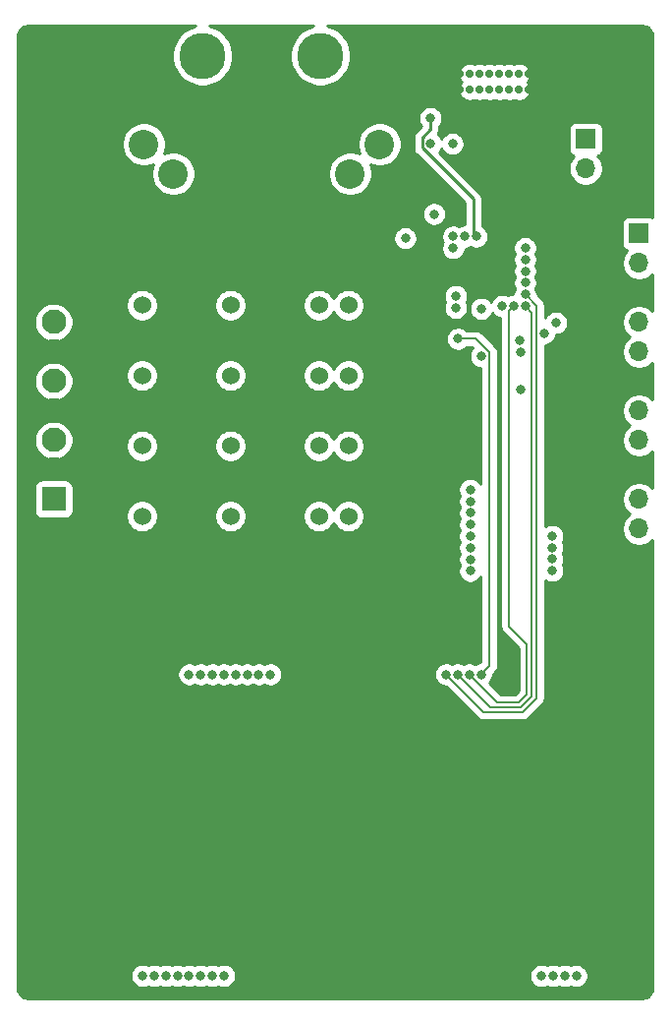
<source format=gbr>
G04 #@! TF.GenerationSoftware,KiCad,Pcbnew,5.1.5*
G04 #@! TF.CreationDate,2020-01-03T23:49:01-05:00*
G04 #@! TF.ProjectId,cluster-controller-module,636c7573-7465-4722-9d63-6f6e74726f6c,v02*
G04 #@! TF.SameCoordinates,Original*
G04 #@! TF.FileFunction,Copper,L2,Inr*
G04 #@! TF.FilePolarity,Positive*
%FSLAX46Y46*%
G04 Gerber Fmt 4.6, Leading zero omitted, Abs format (unit mm)*
G04 Created by KiCad (PCBNEW 5.1.5) date 2020-01-03 23:49:01*
%MOMM*%
%LPD*%
G04 APERTURE LIST*
%ADD10C,0.700000*%
%ADD11O,0.900000X2.400000*%
%ADD12O,0.900000X1.700000*%
%ADD13R,2.100000X2.100000*%
%ADD14C,2.100000*%
%ADD15C,6.000000*%
%ADD16C,0.800000*%
%ADD17C,2.540000*%
%ADD18C,3.987800*%
%ADD19R,1.700000X1.700000*%
%ADD20O,1.700000X1.700000*%
%ADD21C,1.524000*%
%ADD22C,0.250000*%
%ADD23C,0.200000*%
%ADD24C,0.254000*%
G04 APERTURE END LIST*
D10*
X154700000Y-66150000D03*
X153850000Y-66150000D03*
X153000000Y-66150000D03*
X152150000Y-66150000D03*
X151300000Y-66150000D03*
X150450000Y-66150000D03*
X149600000Y-66150000D03*
X148750000Y-66150000D03*
X153850000Y-64800000D03*
X152150000Y-64800000D03*
X153000000Y-64800000D03*
X154700000Y-64800000D03*
X150450000Y-64800000D03*
X149600000Y-64800000D03*
X148750000Y-64800000D03*
X151300000Y-64800000D03*
D11*
X156050000Y-65170000D03*
X147400000Y-65170000D03*
D12*
X156050000Y-61790000D03*
X147400000Y-61790000D03*
D13*
X113750000Y-101390000D03*
D14*
X113750000Y-98850000D03*
X113750000Y-96310000D03*
X113750000Y-93770000D03*
X113750000Y-91230000D03*
X113750000Y-88690000D03*
X113750000Y-86150000D03*
X113750000Y-83610000D03*
D15*
X113500000Y-63500000D03*
D16*
X115750000Y-63500000D03*
X115090990Y-65090990D03*
X113500000Y-65750000D03*
X111909010Y-65090990D03*
X111250000Y-63500000D03*
X111909010Y-61909010D03*
X113500000Y-61250000D03*
X115090990Y-61909010D03*
X164090990Y-119909010D03*
X162500000Y-119250000D03*
X160909010Y-119909010D03*
X160250000Y-121500000D03*
X160909010Y-123090990D03*
X162500000Y-123750000D03*
X164090990Y-123090990D03*
X164750000Y-121500000D03*
D15*
X162500000Y-121500000D03*
X162500000Y-63500000D03*
D16*
X164750000Y-63500000D03*
X164090990Y-65090990D03*
X162500000Y-65750000D03*
X160909010Y-65090990D03*
X160250000Y-63500000D03*
X160909010Y-61909010D03*
X162500000Y-61250000D03*
X164090990Y-61909010D03*
X115090990Y-119909010D03*
X113500000Y-119250000D03*
X111909010Y-119909010D03*
X111250000Y-121500000D03*
X111909010Y-123090990D03*
X113500000Y-123750000D03*
X115090990Y-123090990D03*
X115750000Y-121500000D03*
D15*
X113500000Y-121500000D03*
D17*
X124050000Y-73380000D03*
X134210000Y-73380000D03*
X129130000Y-73380000D03*
X139290000Y-73380000D03*
X121510000Y-70840000D03*
X141830000Y-70840000D03*
D18*
X126590000Y-63220000D03*
X136750000Y-63220000D03*
D19*
X164200000Y-78535000D03*
D20*
X164200000Y-81075000D03*
X164200000Y-83615000D03*
X164200000Y-86155000D03*
X164200000Y-88695000D03*
X164200000Y-91235000D03*
X164200000Y-93775000D03*
X164200000Y-96315000D03*
X164200000Y-98855000D03*
X164200000Y-101395000D03*
X164200000Y-103935000D03*
X164200000Y-106475000D03*
D21*
X121370000Y-102855000D03*
X128990000Y-102855000D03*
X136610000Y-102855000D03*
X139150000Y-102855000D03*
X139150000Y-96800000D03*
X136610000Y-96800000D03*
X128990000Y-96800000D03*
X121370000Y-96800000D03*
X121370000Y-90750000D03*
X128990000Y-90750000D03*
X136610000Y-90750000D03*
X139150000Y-90750000D03*
X139150000Y-84700000D03*
X136610000Y-84700000D03*
X128990000Y-84700000D03*
X121370000Y-84700000D03*
D19*
X159600000Y-70390000D03*
D20*
X159600000Y-72930000D03*
D16*
X154830000Y-69660000D03*
X150360000Y-71710000D03*
X149610000Y-67750000D03*
X154010000Y-91990000D03*
X154390000Y-82770000D03*
X150600000Y-89090000D03*
X154390000Y-79770000D03*
X144062500Y-78937500D03*
X143630000Y-76190000D03*
X140790000Y-77670000D03*
X144550000Y-73510000D03*
X138600000Y-88170000D03*
X138780000Y-94140000D03*
X145010000Y-97470000D03*
X147590000Y-89940000D03*
X121420000Y-142410000D03*
X149650000Y-100570000D03*
X154390000Y-80770000D03*
X125420000Y-116470000D03*
X154390000Y-81770000D03*
X126420000Y-116470000D03*
X122420000Y-142410000D03*
X149650000Y-101570000D03*
X157030000Y-86210000D03*
X127420000Y-116470000D03*
X123420000Y-142410000D03*
X149650000Y-102570000D03*
X148180000Y-78780000D03*
X149180000Y-78780000D03*
X146220000Y-70800000D03*
X148120000Y-70800000D03*
X150180000Y-78780000D03*
X146220000Y-68600000D03*
X124420000Y-142410000D03*
X149650000Y-103570000D03*
X156040000Y-87090000D03*
X128420000Y-116470000D03*
X154040000Y-88730000D03*
X129420000Y-116470000D03*
X125420000Y-142410000D03*
X149650000Y-104570000D03*
X126420000Y-142410000D03*
X149650000Y-105570000D03*
X153940000Y-87730000D03*
X130420000Y-116470000D03*
X131420000Y-116470000D03*
X152390000Y-84770000D03*
X127420000Y-142410000D03*
X149650000Y-106570000D03*
X128420000Y-142410000D03*
X149650000Y-107570000D03*
X150600000Y-85000000D03*
X132420000Y-116470000D03*
X155790000Y-142420000D03*
X156710000Y-104550000D03*
X156790000Y-142420000D03*
X156710000Y-105550000D03*
X157790000Y-142420000D03*
X156710000Y-106550000D03*
X158790000Y-142420000D03*
X156710000Y-107550000D03*
X148390000Y-84910000D03*
X148390000Y-83910000D03*
X148180000Y-79780000D03*
X146540000Y-76850000D03*
X154390000Y-83770000D03*
X147570000Y-116480000D03*
X154390000Y-84770000D03*
X148570000Y-116480000D03*
X153390000Y-84770000D03*
X149570000Y-116480000D03*
X148600000Y-87580000D03*
X150570000Y-116480000D03*
D22*
X145494999Y-71148001D02*
X145494999Y-70275001D01*
X146220000Y-69550000D02*
X146220000Y-68600000D01*
X145494999Y-70275001D02*
X146220000Y-69550000D01*
X149905001Y-75558003D02*
X145494999Y-71148001D01*
X149905001Y-78675001D02*
X149905001Y-75558003D01*
X150010000Y-78780000D02*
X149905001Y-78675001D01*
X150180000Y-78780000D02*
X150010000Y-78780000D01*
D23*
X155339999Y-84719999D02*
X155339999Y-118510001D01*
X154390000Y-83770000D02*
X155339999Y-84719999D01*
X155339999Y-118510001D02*
X154140000Y-119710000D01*
X150800000Y-119710000D02*
X147570000Y-116480000D01*
X154140000Y-119710000D02*
X150800000Y-119710000D01*
X154939989Y-118344313D02*
X154939989Y-85319989D01*
X148570000Y-116480000D02*
X151399990Y-119309990D01*
X154939989Y-85319989D02*
X154390000Y-84770000D01*
X153974312Y-119309990D02*
X154939989Y-118344313D01*
X151399990Y-119309990D02*
X153974312Y-119309990D01*
X149570000Y-116480000D02*
X151999980Y-118909980D01*
X151999980Y-118909980D02*
X153808624Y-118909980D01*
X153808624Y-118909980D02*
X154539979Y-118178625D01*
X154539979Y-118178625D02*
X154539979Y-113900000D01*
X152990001Y-85169999D02*
X153390000Y-84770000D01*
X152990001Y-112350022D02*
X152990001Y-85169999D01*
X154539979Y-113900000D02*
X152990001Y-112350022D01*
X150969999Y-116080001D02*
X150570000Y-116480000D01*
X151300001Y-115749999D02*
X150969999Y-116080001D01*
X151300001Y-88753999D02*
X151300001Y-115749999D01*
X150126002Y-87580000D02*
X151300001Y-88753999D01*
X148600000Y-87580000D02*
X150126002Y-87580000D01*
D24*
G36*
X125823178Y-60692127D02*
G01*
X125344749Y-60890299D01*
X124914174Y-61178000D01*
X124548000Y-61544174D01*
X124260299Y-61974749D01*
X124062127Y-62453178D01*
X123961100Y-62961076D01*
X123961100Y-63478924D01*
X124062127Y-63986822D01*
X124260299Y-64465251D01*
X124548000Y-64895826D01*
X124914174Y-65262000D01*
X125344749Y-65549701D01*
X125823178Y-65747873D01*
X126331076Y-65848900D01*
X126848924Y-65848900D01*
X127356822Y-65747873D01*
X127835251Y-65549701D01*
X128265826Y-65262000D01*
X128632000Y-64895826D01*
X128919701Y-64465251D01*
X129117873Y-63986822D01*
X129218900Y-63478924D01*
X129218900Y-62961076D01*
X129117873Y-62453178D01*
X128919701Y-61974749D01*
X128632000Y-61544174D01*
X128265826Y-61178000D01*
X127835251Y-60890299D01*
X127356822Y-60692127D01*
X127195308Y-60660000D01*
X136144692Y-60660000D01*
X135983178Y-60692127D01*
X135504749Y-60890299D01*
X135074174Y-61178000D01*
X134708000Y-61544174D01*
X134420299Y-61974749D01*
X134222127Y-62453178D01*
X134121100Y-62961076D01*
X134121100Y-63478924D01*
X134222127Y-63986822D01*
X134420299Y-64465251D01*
X134708000Y-64895826D01*
X135074174Y-65262000D01*
X135504749Y-65549701D01*
X135983178Y-65747873D01*
X136491076Y-65848900D01*
X137008924Y-65848900D01*
X137516822Y-65747873D01*
X137995251Y-65549701D01*
X138425826Y-65262000D01*
X138792000Y-64895826D01*
X138920851Y-64702986D01*
X148615000Y-64702986D01*
X148615000Y-64897014D01*
X148652853Y-65087314D01*
X148727104Y-65266572D01*
X148834901Y-65427901D01*
X148882000Y-65475000D01*
X148834901Y-65522099D01*
X148727104Y-65683428D01*
X148652853Y-65862686D01*
X148615000Y-66052986D01*
X148615000Y-66247014D01*
X148652853Y-66437314D01*
X148727104Y-66616572D01*
X148834901Y-66777901D01*
X148972099Y-66915099D01*
X149133428Y-67022896D01*
X149312686Y-67097147D01*
X149502986Y-67135000D01*
X149697014Y-67135000D01*
X149887314Y-67097147D01*
X150025000Y-67040116D01*
X150162686Y-67097147D01*
X150352986Y-67135000D01*
X150547014Y-67135000D01*
X150737314Y-67097147D01*
X150875000Y-67040116D01*
X151012686Y-67097147D01*
X151202986Y-67135000D01*
X151397014Y-67135000D01*
X151587314Y-67097147D01*
X151725000Y-67040116D01*
X151862686Y-67097147D01*
X152052986Y-67135000D01*
X152247014Y-67135000D01*
X152437314Y-67097147D01*
X152575000Y-67040116D01*
X152712686Y-67097147D01*
X152902986Y-67135000D01*
X153097014Y-67135000D01*
X153287314Y-67097147D01*
X153425000Y-67040116D01*
X153562686Y-67097147D01*
X153752986Y-67135000D01*
X153947014Y-67135000D01*
X154137314Y-67097147D01*
X154316572Y-67022896D01*
X154477901Y-66915099D01*
X154615099Y-66777901D01*
X154722896Y-66616572D01*
X154797147Y-66437314D01*
X154835000Y-66247014D01*
X154835000Y-66052986D01*
X154797147Y-65862686D01*
X154722896Y-65683428D01*
X154615099Y-65522099D01*
X154568000Y-65475000D01*
X154615099Y-65427901D01*
X154722896Y-65266572D01*
X154797147Y-65087314D01*
X154835000Y-64897014D01*
X154835000Y-64702986D01*
X154797147Y-64512686D01*
X154722896Y-64333428D01*
X154615099Y-64172099D01*
X154477901Y-64034901D01*
X154316572Y-63927104D01*
X154137314Y-63852853D01*
X153947014Y-63815000D01*
X153752986Y-63815000D01*
X153562686Y-63852853D01*
X153425000Y-63909884D01*
X153287314Y-63852853D01*
X153097014Y-63815000D01*
X152902986Y-63815000D01*
X152712686Y-63852853D01*
X152575000Y-63909884D01*
X152437314Y-63852853D01*
X152247014Y-63815000D01*
X152052986Y-63815000D01*
X151862686Y-63852853D01*
X151725000Y-63909884D01*
X151587314Y-63852853D01*
X151397014Y-63815000D01*
X151202986Y-63815000D01*
X151012686Y-63852853D01*
X150875000Y-63909884D01*
X150737314Y-63852853D01*
X150547014Y-63815000D01*
X150352986Y-63815000D01*
X150162686Y-63852853D01*
X150025000Y-63909884D01*
X149887314Y-63852853D01*
X149697014Y-63815000D01*
X149502986Y-63815000D01*
X149312686Y-63852853D01*
X149133428Y-63927104D01*
X148972099Y-64034901D01*
X148834901Y-64172099D01*
X148727104Y-64333428D01*
X148652853Y-64512686D01*
X148615000Y-64702986D01*
X138920851Y-64702986D01*
X139079701Y-64465251D01*
X139277873Y-63986822D01*
X139378900Y-63478924D01*
X139378900Y-62961076D01*
X139277873Y-62453178D01*
X139079701Y-61974749D01*
X138792000Y-61544174D01*
X138425826Y-61178000D01*
X137995251Y-60890299D01*
X137516822Y-60692127D01*
X137355308Y-60660000D01*
X164467723Y-60660000D01*
X164662540Y-60679102D01*
X164818894Y-60726308D01*
X164963096Y-60802982D01*
X165089663Y-60906207D01*
X165193769Y-61032051D01*
X165271447Y-61175711D01*
X165319742Y-61331729D01*
X165340000Y-61524473D01*
X165340000Y-77119990D01*
X165294180Y-77095498D01*
X165174482Y-77059188D01*
X165050000Y-77046928D01*
X163350000Y-77046928D01*
X163225518Y-77059188D01*
X163105820Y-77095498D01*
X162995506Y-77154463D01*
X162898815Y-77233815D01*
X162819463Y-77330506D01*
X162760498Y-77440820D01*
X162724188Y-77560518D01*
X162711928Y-77685000D01*
X162711928Y-79385000D01*
X162724188Y-79509482D01*
X162760498Y-79629180D01*
X162819463Y-79739494D01*
X162898815Y-79836185D01*
X162995506Y-79915537D01*
X163105820Y-79974502D01*
X163178380Y-79996513D01*
X163046525Y-80128368D01*
X162884010Y-80371589D01*
X162772068Y-80641842D01*
X162715000Y-80928740D01*
X162715000Y-81221260D01*
X162772068Y-81508158D01*
X162884010Y-81778411D01*
X163046525Y-82021632D01*
X163253368Y-82228475D01*
X163496589Y-82390990D01*
X163766842Y-82502932D01*
X164053740Y-82560000D01*
X164346260Y-82560000D01*
X164633158Y-82502932D01*
X164903411Y-82390990D01*
X165146632Y-82228475D01*
X165340000Y-82035107D01*
X165340000Y-85194893D01*
X165146632Y-85001525D01*
X164903411Y-84839010D01*
X164633158Y-84727068D01*
X164346260Y-84670000D01*
X164053740Y-84670000D01*
X163766842Y-84727068D01*
X163496589Y-84839010D01*
X163253368Y-85001525D01*
X163046525Y-85208368D01*
X162884010Y-85451589D01*
X162772068Y-85721842D01*
X162715000Y-86008740D01*
X162715000Y-86301260D01*
X162772068Y-86588158D01*
X162884010Y-86858411D01*
X163046525Y-87101632D01*
X163253368Y-87308475D01*
X163427760Y-87425000D01*
X163253368Y-87541525D01*
X163046525Y-87748368D01*
X162884010Y-87991589D01*
X162772068Y-88261842D01*
X162715000Y-88548740D01*
X162715000Y-88841260D01*
X162772068Y-89128158D01*
X162884010Y-89398411D01*
X163046525Y-89641632D01*
X163253368Y-89848475D01*
X163496589Y-90010990D01*
X163766842Y-90122932D01*
X164053740Y-90180000D01*
X164346260Y-90180000D01*
X164633158Y-90122932D01*
X164903411Y-90010990D01*
X165146632Y-89848475D01*
X165340000Y-89655107D01*
X165340000Y-92814893D01*
X165146632Y-92621525D01*
X164903411Y-92459010D01*
X164633158Y-92347068D01*
X164346260Y-92290000D01*
X164053740Y-92290000D01*
X163766842Y-92347068D01*
X163496589Y-92459010D01*
X163253368Y-92621525D01*
X163046525Y-92828368D01*
X162884010Y-93071589D01*
X162772068Y-93341842D01*
X162715000Y-93628740D01*
X162715000Y-93921260D01*
X162772068Y-94208158D01*
X162884010Y-94478411D01*
X163046525Y-94721632D01*
X163253368Y-94928475D01*
X163427760Y-95045000D01*
X163253368Y-95161525D01*
X163046525Y-95368368D01*
X162884010Y-95611589D01*
X162772068Y-95881842D01*
X162715000Y-96168740D01*
X162715000Y-96461260D01*
X162772068Y-96748158D01*
X162884010Y-97018411D01*
X163046525Y-97261632D01*
X163253368Y-97468475D01*
X163496589Y-97630990D01*
X163766842Y-97742932D01*
X164053740Y-97800000D01*
X164346260Y-97800000D01*
X164633158Y-97742932D01*
X164903411Y-97630990D01*
X165146632Y-97468475D01*
X165340000Y-97275107D01*
X165340000Y-100434893D01*
X165146632Y-100241525D01*
X164903411Y-100079010D01*
X164633158Y-99967068D01*
X164346260Y-99910000D01*
X164053740Y-99910000D01*
X163766842Y-99967068D01*
X163496589Y-100079010D01*
X163253368Y-100241525D01*
X163046525Y-100448368D01*
X162884010Y-100691589D01*
X162772068Y-100961842D01*
X162715000Y-101248740D01*
X162715000Y-101541260D01*
X162772068Y-101828158D01*
X162884010Y-102098411D01*
X163046525Y-102341632D01*
X163253368Y-102548475D01*
X163427760Y-102665000D01*
X163253368Y-102781525D01*
X163046525Y-102988368D01*
X162884010Y-103231589D01*
X162772068Y-103501842D01*
X162715000Y-103788740D01*
X162715000Y-104081260D01*
X162772068Y-104368158D01*
X162884010Y-104638411D01*
X163046525Y-104881632D01*
X163253368Y-105088475D01*
X163496589Y-105250990D01*
X163766842Y-105362932D01*
X164053740Y-105420000D01*
X164346260Y-105420000D01*
X164633158Y-105362932D01*
X164903411Y-105250990D01*
X165146632Y-105088475D01*
X165340001Y-104895106D01*
X165340001Y-143467712D01*
X165320898Y-143662540D01*
X165273692Y-143818895D01*
X165197018Y-143963096D01*
X165093792Y-144089664D01*
X164967951Y-144193768D01*
X164824289Y-144271447D01*
X164668271Y-144319742D01*
X164475527Y-144340000D01*
X111532277Y-144340000D01*
X111337460Y-144320898D01*
X111181105Y-144273692D01*
X111036904Y-144197018D01*
X110910336Y-144093792D01*
X110806232Y-143967951D01*
X110728553Y-143824289D01*
X110680258Y-143668271D01*
X110660000Y-143475527D01*
X110660000Y-142308061D01*
X120385000Y-142308061D01*
X120385000Y-142511939D01*
X120424774Y-142711898D01*
X120502795Y-142900256D01*
X120616063Y-143069774D01*
X120760226Y-143213937D01*
X120929744Y-143327205D01*
X121118102Y-143405226D01*
X121318061Y-143445000D01*
X121521939Y-143445000D01*
X121721898Y-143405226D01*
X121910256Y-143327205D01*
X121920000Y-143320694D01*
X121929744Y-143327205D01*
X122118102Y-143405226D01*
X122318061Y-143445000D01*
X122521939Y-143445000D01*
X122721898Y-143405226D01*
X122910256Y-143327205D01*
X122920000Y-143320694D01*
X122929744Y-143327205D01*
X123118102Y-143405226D01*
X123318061Y-143445000D01*
X123521939Y-143445000D01*
X123721898Y-143405226D01*
X123910256Y-143327205D01*
X123920000Y-143320694D01*
X123929744Y-143327205D01*
X124118102Y-143405226D01*
X124318061Y-143445000D01*
X124521939Y-143445000D01*
X124721898Y-143405226D01*
X124910256Y-143327205D01*
X124920000Y-143320694D01*
X124929744Y-143327205D01*
X125118102Y-143405226D01*
X125318061Y-143445000D01*
X125521939Y-143445000D01*
X125721898Y-143405226D01*
X125910256Y-143327205D01*
X125920000Y-143320694D01*
X125929744Y-143327205D01*
X126118102Y-143405226D01*
X126318061Y-143445000D01*
X126521939Y-143445000D01*
X126721898Y-143405226D01*
X126910256Y-143327205D01*
X126920000Y-143320694D01*
X126929744Y-143327205D01*
X127118102Y-143405226D01*
X127318061Y-143445000D01*
X127521939Y-143445000D01*
X127721898Y-143405226D01*
X127910256Y-143327205D01*
X127920000Y-143320694D01*
X127929744Y-143327205D01*
X128118102Y-143405226D01*
X128318061Y-143445000D01*
X128521939Y-143445000D01*
X128721898Y-143405226D01*
X128910256Y-143327205D01*
X129079774Y-143213937D01*
X129223937Y-143069774D01*
X129337205Y-142900256D01*
X129415226Y-142711898D01*
X129455000Y-142511939D01*
X129455000Y-142318061D01*
X154755000Y-142318061D01*
X154755000Y-142521939D01*
X154794774Y-142721898D01*
X154872795Y-142910256D01*
X154986063Y-143079774D01*
X155130226Y-143223937D01*
X155299744Y-143337205D01*
X155488102Y-143415226D01*
X155688061Y-143455000D01*
X155891939Y-143455000D01*
X156091898Y-143415226D01*
X156280256Y-143337205D01*
X156290000Y-143330694D01*
X156299744Y-143337205D01*
X156488102Y-143415226D01*
X156688061Y-143455000D01*
X156891939Y-143455000D01*
X157091898Y-143415226D01*
X157280256Y-143337205D01*
X157290000Y-143330694D01*
X157299744Y-143337205D01*
X157488102Y-143415226D01*
X157688061Y-143455000D01*
X157891939Y-143455000D01*
X158091898Y-143415226D01*
X158280256Y-143337205D01*
X158290000Y-143330694D01*
X158299744Y-143337205D01*
X158488102Y-143415226D01*
X158688061Y-143455000D01*
X158891939Y-143455000D01*
X159091898Y-143415226D01*
X159280256Y-143337205D01*
X159449774Y-143223937D01*
X159593937Y-143079774D01*
X159707205Y-142910256D01*
X159785226Y-142721898D01*
X159825000Y-142521939D01*
X159825000Y-142318061D01*
X159785226Y-142118102D01*
X159707205Y-141929744D01*
X159593937Y-141760226D01*
X159449774Y-141616063D01*
X159280256Y-141502795D01*
X159091898Y-141424774D01*
X158891939Y-141385000D01*
X158688061Y-141385000D01*
X158488102Y-141424774D01*
X158299744Y-141502795D01*
X158290000Y-141509306D01*
X158280256Y-141502795D01*
X158091898Y-141424774D01*
X157891939Y-141385000D01*
X157688061Y-141385000D01*
X157488102Y-141424774D01*
X157299744Y-141502795D01*
X157290000Y-141509306D01*
X157280256Y-141502795D01*
X157091898Y-141424774D01*
X156891939Y-141385000D01*
X156688061Y-141385000D01*
X156488102Y-141424774D01*
X156299744Y-141502795D01*
X156290000Y-141509306D01*
X156280256Y-141502795D01*
X156091898Y-141424774D01*
X155891939Y-141385000D01*
X155688061Y-141385000D01*
X155488102Y-141424774D01*
X155299744Y-141502795D01*
X155130226Y-141616063D01*
X154986063Y-141760226D01*
X154872795Y-141929744D01*
X154794774Y-142118102D01*
X154755000Y-142318061D01*
X129455000Y-142318061D01*
X129455000Y-142308061D01*
X129415226Y-142108102D01*
X129337205Y-141919744D01*
X129223937Y-141750226D01*
X129079774Y-141606063D01*
X128910256Y-141492795D01*
X128721898Y-141414774D01*
X128521939Y-141375000D01*
X128318061Y-141375000D01*
X128118102Y-141414774D01*
X127929744Y-141492795D01*
X127920000Y-141499306D01*
X127910256Y-141492795D01*
X127721898Y-141414774D01*
X127521939Y-141375000D01*
X127318061Y-141375000D01*
X127118102Y-141414774D01*
X126929744Y-141492795D01*
X126920000Y-141499306D01*
X126910256Y-141492795D01*
X126721898Y-141414774D01*
X126521939Y-141375000D01*
X126318061Y-141375000D01*
X126118102Y-141414774D01*
X125929744Y-141492795D01*
X125920000Y-141499306D01*
X125910256Y-141492795D01*
X125721898Y-141414774D01*
X125521939Y-141375000D01*
X125318061Y-141375000D01*
X125118102Y-141414774D01*
X124929744Y-141492795D01*
X124920000Y-141499306D01*
X124910256Y-141492795D01*
X124721898Y-141414774D01*
X124521939Y-141375000D01*
X124318061Y-141375000D01*
X124118102Y-141414774D01*
X123929744Y-141492795D01*
X123920000Y-141499306D01*
X123910256Y-141492795D01*
X123721898Y-141414774D01*
X123521939Y-141375000D01*
X123318061Y-141375000D01*
X123118102Y-141414774D01*
X122929744Y-141492795D01*
X122920000Y-141499306D01*
X122910256Y-141492795D01*
X122721898Y-141414774D01*
X122521939Y-141375000D01*
X122318061Y-141375000D01*
X122118102Y-141414774D01*
X121929744Y-141492795D01*
X121920000Y-141499306D01*
X121910256Y-141492795D01*
X121721898Y-141414774D01*
X121521939Y-141375000D01*
X121318061Y-141375000D01*
X121118102Y-141414774D01*
X120929744Y-141492795D01*
X120760226Y-141606063D01*
X120616063Y-141750226D01*
X120502795Y-141919744D01*
X120424774Y-142108102D01*
X120385000Y-142308061D01*
X110660000Y-142308061D01*
X110660000Y-116368061D01*
X124385000Y-116368061D01*
X124385000Y-116571939D01*
X124424774Y-116771898D01*
X124502795Y-116960256D01*
X124616063Y-117129774D01*
X124760226Y-117273937D01*
X124929744Y-117387205D01*
X125118102Y-117465226D01*
X125318061Y-117505000D01*
X125521939Y-117505000D01*
X125721898Y-117465226D01*
X125910256Y-117387205D01*
X125920000Y-117380694D01*
X125929744Y-117387205D01*
X126118102Y-117465226D01*
X126318061Y-117505000D01*
X126521939Y-117505000D01*
X126721898Y-117465226D01*
X126910256Y-117387205D01*
X126920000Y-117380694D01*
X126929744Y-117387205D01*
X127118102Y-117465226D01*
X127318061Y-117505000D01*
X127521939Y-117505000D01*
X127721898Y-117465226D01*
X127910256Y-117387205D01*
X127920000Y-117380694D01*
X127929744Y-117387205D01*
X128118102Y-117465226D01*
X128318061Y-117505000D01*
X128521939Y-117505000D01*
X128721898Y-117465226D01*
X128910256Y-117387205D01*
X128920000Y-117380694D01*
X128929744Y-117387205D01*
X129118102Y-117465226D01*
X129318061Y-117505000D01*
X129521939Y-117505000D01*
X129721898Y-117465226D01*
X129910256Y-117387205D01*
X129920000Y-117380694D01*
X129929744Y-117387205D01*
X130118102Y-117465226D01*
X130318061Y-117505000D01*
X130521939Y-117505000D01*
X130721898Y-117465226D01*
X130910256Y-117387205D01*
X130920000Y-117380694D01*
X130929744Y-117387205D01*
X131118102Y-117465226D01*
X131318061Y-117505000D01*
X131521939Y-117505000D01*
X131721898Y-117465226D01*
X131910256Y-117387205D01*
X131920000Y-117380694D01*
X131929744Y-117387205D01*
X132118102Y-117465226D01*
X132318061Y-117505000D01*
X132521939Y-117505000D01*
X132721898Y-117465226D01*
X132910256Y-117387205D01*
X133079774Y-117273937D01*
X133223937Y-117129774D01*
X133337205Y-116960256D01*
X133415226Y-116771898D01*
X133455000Y-116571939D01*
X133455000Y-116378061D01*
X146535000Y-116378061D01*
X146535000Y-116581939D01*
X146574774Y-116781898D01*
X146652795Y-116970256D01*
X146766063Y-117139774D01*
X146910226Y-117283937D01*
X147079744Y-117397205D01*
X147268102Y-117475226D01*
X147468061Y-117515000D01*
X147565554Y-117515000D01*
X150254746Y-120204193D01*
X150277762Y-120232238D01*
X150389680Y-120324087D01*
X150517367Y-120392337D01*
X150655915Y-120434365D01*
X150800000Y-120448556D01*
X150836105Y-120445000D01*
X154103895Y-120445000D01*
X154140000Y-120448556D01*
X154176105Y-120445000D01*
X154284085Y-120434365D01*
X154422633Y-120392337D01*
X154550320Y-120324087D01*
X154662238Y-120232238D01*
X154685258Y-120204188D01*
X155834192Y-119055255D01*
X155862237Y-119032239D01*
X155954086Y-118920321D01*
X156022336Y-118792634D01*
X156064364Y-118654086D01*
X156074999Y-118546106D01*
X156078555Y-118510001D01*
X156074999Y-118473896D01*
X156074999Y-108370490D01*
X156219744Y-108467205D01*
X156408102Y-108545226D01*
X156608061Y-108585000D01*
X156811939Y-108585000D01*
X157011898Y-108545226D01*
X157200256Y-108467205D01*
X157369774Y-108353937D01*
X157513937Y-108209774D01*
X157627205Y-108040256D01*
X157705226Y-107851898D01*
X157745000Y-107651939D01*
X157745000Y-107448061D01*
X157705226Y-107248102D01*
X157627205Y-107059744D01*
X157620694Y-107050000D01*
X157627205Y-107040256D01*
X157705226Y-106851898D01*
X157745000Y-106651939D01*
X157745000Y-106448061D01*
X157705226Y-106248102D01*
X157627205Y-106059744D01*
X157620694Y-106050000D01*
X157627205Y-106040256D01*
X157705226Y-105851898D01*
X157745000Y-105651939D01*
X157745000Y-105448061D01*
X157705226Y-105248102D01*
X157627205Y-105059744D01*
X157620694Y-105050000D01*
X157627205Y-105040256D01*
X157705226Y-104851898D01*
X157745000Y-104651939D01*
X157745000Y-104448061D01*
X157705226Y-104248102D01*
X157627205Y-104059744D01*
X157513937Y-103890226D01*
X157369774Y-103746063D01*
X157200256Y-103632795D01*
X157011898Y-103554774D01*
X156811939Y-103515000D01*
X156608061Y-103515000D01*
X156408102Y-103554774D01*
X156219744Y-103632795D01*
X156074999Y-103729510D01*
X156074999Y-88125000D01*
X156141939Y-88125000D01*
X156341898Y-88085226D01*
X156530256Y-88007205D01*
X156699774Y-87893937D01*
X156843937Y-87749774D01*
X156957205Y-87580256D01*
X157035226Y-87391898D01*
X157064446Y-87245000D01*
X157131939Y-87245000D01*
X157331898Y-87205226D01*
X157520256Y-87127205D01*
X157689774Y-87013937D01*
X157833937Y-86869774D01*
X157947205Y-86700256D01*
X158025226Y-86511898D01*
X158065000Y-86311939D01*
X158065000Y-86108061D01*
X158025226Y-85908102D01*
X157947205Y-85719744D01*
X157833937Y-85550226D01*
X157689774Y-85406063D01*
X157520256Y-85292795D01*
X157331898Y-85214774D01*
X157131939Y-85175000D01*
X156928061Y-85175000D01*
X156728102Y-85214774D01*
X156539744Y-85292795D01*
X156370226Y-85406063D01*
X156226063Y-85550226D01*
X156112795Y-85719744D01*
X156074999Y-85810991D01*
X156074999Y-84756093D01*
X156078554Y-84719998D01*
X156074999Y-84683903D01*
X156074999Y-84683894D01*
X156064364Y-84575914D01*
X156022336Y-84437366D01*
X155954086Y-84309679D01*
X155905294Y-84250226D01*
X155885252Y-84225805D01*
X155885249Y-84225802D01*
X155862236Y-84197761D01*
X155834196Y-84174749D01*
X155425000Y-83765553D01*
X155425000Y-83668061D01*
X155385226Y-83468102D01*
X155307205Y-83279744D01*
X155300694Y-83270000D01*
X155307205Y-83260256D01*
X155385226Y-83071898D01*
X155425000Y-82871939D01*
X155425000Y-82668061D01*
X155385226Y-82468102D01*
X155307205Y-82279744D01*
X155300694Y-82270000D01*
X155307205Y-82260256D01*
X155385226Y-82071898D01*
X155425000Y-81871939D01*
X155425000Y-81668061D01*
X155385226Y-81468102D01*
X155307205Y-81279744D01*
X155300694Y-81270000D01*
X155307205Y-81260256D01*
X155385226Y-81071898D01*
X155425000Y-80871939D01*
X155425000Y-80668061D01*
X155385226Y-80468102D01*
X155307205Y-80279744D01*
X155300694Y-80270000D01*
X155307205Y-80260256D01*
X155385226Y-80071898D01*
X155425000Y-79871939D01*
X155425000Y-79668061D01*
X155385226Y-79468102D01*
X155307205Y-79279744D01*
X155193937Y-79110226D01*
X155049774Y-78966063D01*
X154880256Y-78852795D01*
X154691898Y-78774774D01*
X154491939Y-78735000D01*
X154288061Y-78735000D01*
X154088102Y-78774774D01*
X153899744Y-78852795D01*
X153730226Y-78966063D01*
X153586063Y-79110226D01*
X153472795Y-79279744D01*
X153394774Y-79468102D01*
X153355000Y-79668061D01*
X153355000Y-79871939D01*
X153394774Y-80071898D01*
X153472795Y-80260256D01*
X153479306Y-80270000D01*
X153472795Y-80279744D01*
X153394774Y-80468102D01*
X153355000Y-80668061D01*
X153355000Y-80871939D01*
X153394774Y-81071898D01*
X153472795Y-81260256D01*
X153479306Y-81270000D01*
X153472795Y-81279744D01*
X153394774Y-81468102D01*
X153355000Y-81668061D01*
X153355000Y-81871939D01*
X153394774Y-82071898D01*
X153472795Y-82260256D01*
X153479306Y-82270000D01*
X153472795Y-82279744D01*
X153394774Y-82468102D01*
X153355000Y-82668061D01*
X153355000Y-82871939D01*
X153394774Y-83071898D01*
X153472795Y-83260256D01*
X153479306Y-83270000D01*
X153472795Y-83279744D01*
X153394774Y-83468102D01*
X153355000Y-83668061D01*
X153355000Y-83735000D01*
X153288061Y-83735000D01*
X153088102Y-83774774D01*
X152899744Y-83852795D01*
X152890000Y-83859306D01*
X152880256Y-83852795D01*
X152691898Y-83774774D01*
X152491939Y-83735000D01*
X152288061Y-83735000D01*
X152088102Y-83774774D01*
X151899744Y-83852795D01*
X151730226Y-83966063D01*
X151586063Y-84110226D01*
X151472795Y-84279744D01*
X151430979Y-84380697D01*
X151403937Y-84340226D01*
X151259774Y-84196063D01*
X151090256Y-84082795D01*
X150901898Y-84004774D01*
X150701939Y-83965000D01*
X150498061Y-83965000D01*
X150298102Y-84004774D01*
X150109744Y-84082795D01*
X149940226Y-84196063D01*
X149796063Y-84340226D01*
X149682795Y-84509744D01*
X149604774Y-84698102D01*
X149565000Y-84898061D01*
X149565000Y-85101939D01*
X149604774Y-85301898D01*
X149682795Y-85490256D01*
X149796063Y-85659774D01*
X149940226Y-85803937D01*
X150109744Y-85917205D01*
X150298102Y-85995226D01*
X150498061Y-86035000D01*
X150701939Y-86035000D01*
X150901898Y-85995226D01*
X151090256Y-85917205D01*
X151259774Y-85803937D01*
X151403937Y-85659774D01*
X151517205Y-85490256D01*
X151559021Y-85389303D01*
X151586063Y-85429774D01*
X151730226Y-85573937D01*
X151899744Y-85687205D01*
X152088102Y-85765226D01*
X152255002Y-85798424D01*
X152255001Y-112313917D01*
X152251445Y-112350022D01*
X152255001Y-112386126D01*
X152265636Y-112494106D01*
X152307664Y-112632654D01*
X152375914Y-112760341D01*
X152467763Y-112872259D01*
X152495809Y-112895276D01*
X153804980Y-114204448D01*
X153804979Y-117874178D01*
X153504178Y-118174980D01*
X152304427Y-118174980D01*
X151321579Y-117192132D01*
X151373937Y-117139774D01*
X151487205Y-116970256D01*
X151565226Y-116781898D01*
X151605000Y-116581939D01*
X151605000Y-116484446D01*
X151794188Y-116295258D01*
X151822239Y-116272237D01*
X151914088Y-116160319D01*
X151982338Y-116032632D01*
X152024366Y-115894084D01*
X152035001Y-115786104D01*
X152035001Y-115786095D01*
X152038556Y-115750000D01*
X152035001Y-115713905D01*
X152035001Y-88790093D01*
X152038556Y-88753998D01*
X152035001Y-88717903D01*
X152035001Y-88717894D01*
X152024366Y-88609914D01*
X151982338Y-88471366D01*
X151914088Y-88343679D01*
X151897515Y-88323486D01*
X151845254Y-88259805D01*
X151845251Y-88259802D01*
X151822238Y-88231761D01*
X151794198Y-88208749D01*
X150671260Y-87085812D01*
X150648240Y-87057762D01*
X150536322Y-86965913D01*
X150408635Y-86897663D01*
X150270087Y-86855635D01*
X150162107Y-86845000D01*
X150126002Y-86841444D01*
X150089897Y-86845000D01*
X149328711Y-86845000D01*
X149259774Y-86776063D01*
X149090256Y-86662795D01*
X148901898Y-86584774D01*
X148701939Y-86545000D01*
X148498061Y-86545000D01*
X148298102Y-86584774D01*
X148109744Y-86662795D01*
X147940226Y-86776063D01*
X147796063Y-86920226D01*
X147682795Y-87089744D01*
X147604774Y-87278102D01*
X147565000Y-87478061D01*
X147565000Y-87681939D01*
X147604774Y-87881898D01*
X147682795Y-88070256D01*
X147796063Y-88239774D01*
X147940226Y-88383937D01*
X148109744Y-88497205D01*
X148298102Y-88575226D01*
X148498061Y-88615000D01*
X148701939Y-88615000D01*
X148901898Y-88575226D01*
X149090256Y-88497205D01*
X149259774Y-88383937D01*
X149328711Y-88315000D01*
X149821556Y-88315000D01*
X149866422Y-88359867D01*
X149796063Y-88430226D01*
X149682795Y-88599744D01*
X149604774Y-88788102D01*
X149565000Y-88988061D01*
X149565000Y-89191939D01*
X149604774Y-89391898D01*
X149682795Y-89580256D01*
X149796063Y-89749774D01*
X149940226Y-89893937D01*
X150109744Y-90007205D01*
X150298102Y-90085226D01*
X150498061Y-90125000D01*
X150565001Y-90125000D01*
X150565001Y-100076446D01*
X150453937Y-99910226D01*
X150309774Y-99766063D01*
X150140256Y-99652795D01*
X149951898Y-99574774D01*
X149751939Y-99535000D01*
X149548061Y-99535000D01*
X149348102Y-99574774D01*
X149159744Y-99652795D01*
X148990226Y-99766063D01*
X148846063Y-99910226D01*
X148732795Y-100079744D01*
X148654774Y-100268102D01*
X148615000Y-100468061D01*
X148615000Y-100671939D01*
X148654774Y-100871898D01*
X148732795Y-101060256D01*
X148739306Y-101070000D01*
X148732795Y-101079744D01*
X148654774Y-101268102D01*
X148615000Y-101468061D01*
X148615000Y-101671939D01*
X148654774Y-101871898D01*
X148732795Y-102060256D01*
X148739306Y-102070000D01*
X148732795Y-102079744D01*
X148654774Y-102268102D01*
X148615000Y-102468061D01*
X148615000Y-102671939D01*
X148654774Y-102871898D01*
X148732795Y-103060256D01*
X148739306Y-103070000D01*
X148732795Y-103079744D01*
X148654774Y-103268102D01*
X148615000Y-103468061D01*
X148615000Y-103671939D01*
X148654774Y-103871898D01*
X148732795Y-104060256D01*
X148739306Y-104070000D01*
X148732795Y-104079744D01*
X148654774Y-104268102D01*
X148615000Y-104468061D01*
X148615000Y-104671939D01*
X148654774Y-104871898D01*
X148732795Y-105060256D01*
X148739306Y-105070000D01*
X148732795Y-105079744D01*
X148654774Y-105268102D01*
X148615000Y-105468061D01*
X148615000Y-105671939D01*
X148654774Y-105871898D01*
X148732795Y-106060256D01*
X148739306Y-106070000D01*
X148732795Y-106079744D01*
X148654774Y-106268102D01*
X148615000Y-106468061D01*
X148615000Y-106671939D01*
X148654774Y-106871898D01*
X148732795Y-107060256D01*
X148739306Y-107070000D01*
X148732795Y-107079744D01*
X148654774Y-107268102D01*
X148615000Y-107468061D01*
X148615000Y-107671939D01*
X148654774Y-107871898D01*
X148732795Y-108060256D01*
X148846063Y-108229774D01*
X148990226Y-108373937D01*
X149159744Y-108487205D01*
X149348102Y-108565226D01*
X149548061Y-108605000D01*
X149751939Y-108605000D01*
X149951898Y-108565226D01*
X150140256Y-108487205D01*
X150309774Y-108373937D01*
X150453937Y-108229774D01*
X150565002Y-108063553D01*
X150565002Y-115445000D01*
X150468061Y-115445000D01*
X150268102Y-115484774D01*
X150079744Y-115562795D01*
X150070000Y-115569306D01*
X150060256Y-115562795D01*
X149871898Y-115484774D01*
X149671939Y-115445000D01*
X149468061Y-115445000D01*
X149268102Y-115484774D01*
X149079744Y-115562795D01*
X149070000Y-115569306D01*
X149060256Y-115562795D01*
X148871898Y-115484774D01*
X148671939Y-115445000D01*
X148468061Y-115445000D01*
X148268102Y-115484774D01*
X148079744Y-115562795D01*
X148070000Y-115569306D01*
X148060256Y-115562795D01*
X147871898Y-115484774D01*
X147671939Y-115445000D01*
X147468061Y-115445000D01*
X147268102Y-115484774D01*
X147079744Y-115562795D01*
X146910226Y-115676063D01*
X146766063Y-115820226D01*
X146652795Y-115989744D01*
X146574774Y-116178102D01*
X146535000Y-116378061D01*
X133455000Y-116378061D01*
X133455000Y-116368061D01*
X133415226Y-116168102D01*
X133337205Y-115979744D01*
X133223937Y-115810226D01*
X133079774Y-115666063D01*
X132910256Y-115552795D01*
X132721898Y-115474774D01*
X132521939Y-115435000D01*
X132318061Y-115435000D01*
X132118102Y-115474774D01*
X131929744Y-115552795D01*
X131920000Y-115559306D01*
X131910256Y-115552795D01*
X131721898Y-115474774D01*
X131521939Y-115435000D01*
X131318061Y-115435000D01*
X131118102Y-115474774D01*
X130929744Y-115552795D01*
X130920000Y-115559306D01*
X130910256Y-115552795D01*
X130721898Y-115474774D01*
X130521939Y-115435000D01*
X130318061Y-115435000D01*
X130118102Y-115474774D01*
X129929744Y-115552795D01*
X129920000Y-115559306D01*
X129910256Y-115552795D01*
X129721898Y-115474774D01*
X129521939Y-115435000D01*
X129318061Y-115435000D01*
X129118102Y-115474774D01*
X128929744Y-115552795D01*
X128920000Y-115559306D01*
X128910256Y-115552795D01*
X128721898Y-115474774D01*
X128521939Y-115435000D01*
X128318061Y-115435000D01*
X128118102Y-115474774D01*
X127929744Y-115552795D01*
X127920000Y-115559306D01*
X127910256Y-115552795D01*
X127721898Y-115474774D01*
X127521939Y-115435000D01*
X127318061Y-115435000D01*
X127118102Y-115474774D01*
X126929744Y-115552795D01*
X126920000Y-115559306D01*
X126910256Y-115552795D01*
X126721898Y-115474774D01*
X126521939Y-115435000D01*
X126318061Y-115435000D01*
X126118102Y-115474774D01*
X125929744Y-115552795D01*
X125920000Y-115559306D01*
X125910256Y-115552795D01*
X125721898Y-115474774D01*
X125521939Y-115435000D01*
X125318061Y-115435000D01*
X125118102Y-115474774D01*
X124929744Y-115552795D01*
X124760226Y-115666063D01*
X124616063Y-115810226D01*
X124502795Y-115979744D01*
X124424774Y-116168102D01*
X124385000Y-116368061D01*
X110660000Y-116368061D01*
X110660000Y-100340000D01*
X112061928Y-100340000D01*
X112061928Y-102440000D01*
X112074188Y-102564482D01*
X112110498Y-102684180D01*
X112169463Y-102794494D01*
X112248815Y-102891185D01*
X112345506Y-102970537D01*
X112455820Y-103029502D01*
X112575518Y-103065812D01*
X112700000Y-103078072D01*
X114800000Y-103078072D01*
X114924482Y-103065812D01*
X115044180Y-103029502D01*
X115154494Y-102970537D01*
X115251185Y-102891185D01*
X115330537Y-102794494D01*
X115371740Y-102717408D01*
X119973000Y-102717408D01*
X119973000Y-102992592D01*
X120026686Y-103262490D01*
X120131995Y-103516727D01*
X120284880Y-103745535D01*
X120479465Y-103940120D01*
X120708273Y-104093005D01*
X120962510Y-104198314D01*
X121232408Y-104252000D01*
X121507592Y-104252000D01*
X121777490Y-104198314D01*
X122031727Y-104093005D01*
X122260535Y-103940120D01*
X122455120Y-103745535D01*
X122608005Y-103516727D01*
X122713314Y-103262490D01*
X122767000Y-102992592D01*
X122767000Y-102717408D01*
X127593000Y-102717408D01*
X127593000Y-102992592D01*
X127646686Y-103262490D01*
X127751995Y-103516727D01*
X127904880Y-103745535D01*
X128099465Y-103940120D01*
X128328273Y-104093005D01*
X128582510Y-104198314D01*
X128852408Y-104252000D01*
X129127592Y-104252000D01*
X129397490Y-104198314D01*
X129651727Y-104093005D01*
X129880535Y-103940120D01*
X130075120Y-103745535D01*
X130228005Y-103516727D01*
X130333314Y-103262490D01*
X130387000Y-102992592D01*
X130387000Y-102717408D01*
X135213000Y-102717408D01*
X135213000Y-102992592D01*
X135266686Y-103262490D01*
X135371995Y-103516727D01*
X135524880Y-103745535D01*
X135719465Y-103940120D01*
X135948273Y-104093005D01*
X136202510Y-104198314D01*
X136472408Y-104252000D01*
X136747592Y-104252000D01*
X137017490Y-104198314D01*
X137271727Y-104093005D01*
X137500535Y-103940120D01*
X137695120Y-103745535D01*
X137848005Y-103516727D01*
X137880000Y-103439485D01*
X137911995Y-103516727D01*
X138064880Y-103745535D01*
X138259465Y-103940120D01*
X138488273Y-104093005D01*
X138742510Y-104198314D01*
X139012408Y-104252000D01*
X139287592Y-104252000D01*
X139557490Y-104198314D01*
X139811727Y-104093005D01*
X140040535Y-103940120D01*
X140235120Y-103745535D01*
X140388005Y-103516727D01*
X140493314Y-103262490D01*
X140547000Y-102992592D01*
X140547000Y-102717408D01*
X140493314Y-102447510D01*
X140388005Y-102193273D01*
X140235120Y-101964465D01*
X140040535Y-101769880D01*
X139811727Y-101616995D01*
X139557490Y-101511686D01*
X139287592Y-101458000D01*
X139012408Y-101458000D01*
X138742510Y-101511686D01*
X138488273Y-101616995D01*
X138259465Y-101769880D01*
X138064880Y-101964465D01*
X137911995Y-102193273D01*
X137880000Y-102270515D01*
X137848005Y-102193273D01*
X137695120Y-101964465D01*
X137500535Y-101769880D01*
X137271727Y-101616995D01*
X137017490Y-101511686D01*
X136747592Y-101458000D01*
X136472408Y-101458000D01*
X136202510Y-101511686D01*
X135948273Y-101616995D01*
X135719465Y-101769880D01*
X135524880Y-101964465D01*
X135371995Y-102193273D01*
X135266686Y-102447510D01*
X135213000Y-102717408D01*
X130387000Y-102717408D01*
X130333314Y-102447510D01*
X130228005Y-102193273D01*
X130075120Y-101964465D01*
X129880535Y-101769880D01*
X129651727Y-101616995D01*
X129397490Y-101511686D01*
X129127592Y-101458000D01*
X128852408Y-101458000D01*
X128582510Y-101511686D01*
X128328273Y-101616995D01*
X128099465Y-101769880D01*
X127904880Y-101964465D01*
X127751995Y-102193273D01*
X127646686Y-102447510D01*
X127593000Y-102717408D01*
X122767000Y-102717408D01*
X122713314Y-102447510D01*
X122608005Y-102193273D01*
X122455120Y-101964465D01*
X122260535Y-101769880D01*
X122031727Y-101616995D01*
X121777490Y-101511686D01*
X121507592Y-101458000D01*
X121232408Y-101458000D01*
X120962510Y-101511686D01*
X120708273Y-101616995D01*
X120479465Y-101769880D01*
X120284880Y-101964465D01*
X120131995Y-102193273D01*
X120026686Y-102447510D01*
X119973000Y-102717408D01*
X115371740Y-102717408D01*
X115389502Y-102684180D01*
X115425812Y-102564482D01*
X115438072Y-102440000D01*
X115438072Y-100340000D01*
X115425812Y-100215518D01*
X115389502Y-100095820D01*
X115330537Y-99985506D01*
X115251185Y-99888815D01*
X115154494Y-99809463D01*
X115044180Y-99750498D01*
X114924482Y-99714188D01*
X114800000Y-99701928D01*
X112700000Y-99701928D01*
X112575518Y-99714188D01*
X112455820Y-99750498D01*
X112345506Y-99809463D01*
X112248815Y-99888815D01*
X112169463Y-99985506D01*
X112110498Y-100095820D01*
X112074188Y-100215518D01*
X112061928Y-100340000D01*
X110660000Y-100340000D01*
X110660000Y-96144042D01*
X112065000Y-96144042D01*
X112065000Y-96475958D01*
X112129754Y-96801496D01*
X112256772Y-97108147D01*
X112441175Y-97384125D01*
X112675875Y-97618825D01*
X112951853Y-97803228D01*
X113258504Y-97930246D01*
X113584042Y-97995000D01*
X113915958Y-97995000D01*
X114241496Y-97930246D01*
X114548147Y-97803228D01*
X114824125Y-97618825D01*
X115058825Y-97384125D01*
X115243228Y-97108147D01*
X115370246Y-96801496D01*
X115397912Y-96662408D01*
X119973000Y-96662408D01*
X119973000Y-96937592D01*
X120026686Y-97207490D01*
X120131995Y-97461727D01*
X120284880Y-97690535D01*
X120479465Y-97885120D01*
X120708273Y-98038005D01*
X120962510Y-98143314D01*
X121232408Y-98197000D01*
X121507592Y-98197000D01*
X121777490Y-98143314D01*
X122031727Y-98038005D01*
X122260535Y-97885120D01*
X122455120Y-97690535D01*
X122608005Y-97461727D01*
X122713314Y-97207490D01*
X122767000Y-96937592D01*
X122767000Y-96662408D01*
X127593000Y-96662408D01*
X127593000Y-96937592D01*
X127646686Y-97207490D01*
X127751995Y-97461727D01*
X127904880Y-97690535D01*
X128099465Y-97885120D01*
X128328273Y-98038005D01*
X128582510Y-98143314D01*
X128852408Y-98197000D01*
X129127592Y-98197000D01*
X129397490Y-98143314D01*
X129651727Y-98038005D01*
X129880535Y-97885120D01*
X130075120Y-97690535D01*
X130228005Y-97461727D01*
X130333314Y-97207490D01*
X130387000Y-96937592D01*
X130387000Y-96662408D01*
X135213000Y-96662408D01*
X135213000Y-96937592D01*
X135266686Y-97207490D01*
X135371995Y-97461727D01*
X135524880Y-97690535D01*
X135719465Y-97885120D01*
X135948273Y-98038005D01*
X136202510Y-98143314D01*
X136472408Y-98197000D01*
X136747592Y-98197000D01*
X137017490Y-98143314D01*
X137271727Y-98038005D01*
X137500535Y-97885120D01*
X137695120Y-97690535D01*
X137848005Y-97461727D01*
X137880000Y-97384485D01*
X137911995Y-97461727D01*
X138064880Y-97690535D01*
X138259465Y-97885120D01*
X138488273Y-98038005D01*
X138742510Y-98143314D01*
X139012408Y-98197000D01*
X139287592Y-98197000D01*
X139557490Y-98143314D01*
X139811727Y-98038005D01*
X140040535Y-97885120D01*
X140235120Y-97690535D01*
X140388005Y-97461727D01*
X140493314Y-97207490D01*
X140547000Y-96937592D01*
X140547000Y-96662408D01*
X140493314Y-96392510D01*
X140388005Y-96138273D01*
X140235120Y-95909465D01*
X140040535Y-95714880D01*
X139811727Y-95561995D01*
X139557490Y-95456686D01*
X139287592Y-95403000D01*
X139012408Y-95403000D01*
X138742510Y-95456686D01*
X138488273Y-95561995D01*
X138259465Y-95714880D01*
X138064880Y-95909465D01*
X137911995Y-96138273D01*
X137880000Y-96215515D01*
X137848005Y-96138273D01*
X137695120Y-95909465D01*
X137500535Y-95714880D01*
X137271727Y-95561995D01*
X137017490Y-95456686D01*
X136747592Y-95403000D01*
X136472408Y-95403000D01*
X136202510Y-95456686D01*
X135948273Y-95561995D01*
X135719465Y-95714880D01*
X135524880Y-95909465D01*
X135371995Y-96138273D01*
X135266686Y-96392510D01*
X135213000Y-96662408D01*
X130387000Y-96662408D01*
X130333314Y-96392510D01*
X130228005Y-96138273D01*
X130075120Y-95909465D01*
X129880535Y-95714880D01*
X129651727Y-95561995D01*
X129397490Y-95456686D01*
X129127592Y-95403000D01*
X128852408Y-95403000D01*
X128582510Y-95456686D01*
X128328273Y-95561995D01*
X128099465Y-95714880D01*
X127904880Y-95909465D01*
X127751995Y-96138273D01*
X127646686Y-96392510D01*
X127593000Y-96662408D01*
X122767000Y-96662408D01*
X122713314Y-96392510D01*
X122608005Y-96138273D01*
X122455120Y-95909465D01*
X122260535Y-95714880D01*
X122031727Y-95561995D01*
X121777490Y-95456686D01*
X121507592Y-95403000D01*
X121232408Y-95403000D01*
X120962510Y-95456686D01*
X120708273Y-95561995D01*
X120479465Y-95714880D01*
X120284880Y-95909465D01*
X120131995Y-96138273D01*
X120026686Y-96392510D01*
X119973000Y-96662408D01*
X115397912Y-96662408D01*
X115435000Y-96475958D01*
X115435000Y-96144042D01*
X115370246Y-95818504D01*
X115243228Y-95511853D01*
X115058825Y-95235875D01*
X114824125Y-95001175D01*
X114548147Y-94816772D01*
X114241496Y-94689754D01*
X113915958Y-94625000D01*
X113584042Y-94625000D01*
X113258504Y-94689754D01*
X112951853Y-94816772D01*
X112675875Y-95001175D01*
X112441175Y-95235875D01*
X112256772Y-95511853D01*
X112129754Y-95818504D01*
X112065000Y-96144042D01*
X110660000Y-96144042D01*
X110660000Y-91064042D01*
X112065000Y-91064042D01*
X112065000Y-91395958D01*
X112129754Y-91721496D01*
X112256772Y-92028147D01*
X112441175Y-92304125D01*
X112675875Y-92538825D01*
X112951853Y-92723228D01*
X113258504Y-92850246D01*
X113584042Y-92915000D01*
X113915958Y-92915000D01*
X114241496Y-92850246D01*
X114548147Y-92723228D01*
X114824125Y-92538825D01*
X115058825Y-92304125D01*
X115243228Y-92028147D01*
X115370246Y-91721496D01*
X115435000Y-91395958D01*
X115435000Y-91064042D01*
X115370246Y-90738504D01*
X115318016Y-90612408D01*
X119973000Y-90612408D01*
X119973000Y-90887592D01*
X120026686Y-91157490D01*
X120131995Y-91411727D01*
X120284880Y-91640535D01*
X120479465Y-91835120D01*
X120708273Y-91988005D01*
X120962510Y-92093314D01*
X121232408Y-92147000D01*
X121507592Y-92147000D01*
X121777490Y-92093314D01*
X122031727Y-91988005D01*
X122260535Y-91835120D01*
X122455120Y-91640535D01*
X122608005Y-91411727D01*
X122713314Y-91157490D01*
X122767000Y-90887592D01*
X122767000Y-90612408D01*
X127593000Y-90612408D01*
X127593000Y-90887592D01*
X127646686Y-91157490D01*
X127751995Y-91411727D01*
X127904880Y-91640535D01*
X128099465Y-91835120D01*
X128328273Y-91988005D01*
X128582510Y-92093314D01*
X128852408Y-92147000D01*
X129127592Y-92147000D01*
X129397490Y-92093314D01*
X129651727Y-91988005D01*
X129880535Y-91835120D01*
X130075120Y-91640535D01*
X130228005Y-91411727D01*
X130333314Y-91157490D01*
X130387000Y-90887592D01*
X130387000Y-90612408D01*
X135213000Y-90612408D01*
X135213000Y-90887592D01*
X135266686Y-91157490D01*
X135371995Y-91411727D01*
X135524880Y-91640535D01*
X135719465Y-91835120D01*
X135948273Y-91988005D01*
X136202510Y-92093314D01*
X136472408Y-92147000D01*
X136747592Y-92147000D01*
X137017490Y-92093314D01*
X137271727Y-91988005D01*
X137500535Y-91835120D01*
X137695120Y-91640535D01*
X137848005Y-91411727D01*
X137880000Y-91334485D01*
X137911995Y-91411727D01*
X138064880Y-91640535D01*
X138259465Y-91835120D01*
X138488273Y-91988005D01*
X138742510Y-92093314D01*
X139012408Y-92147000D01*
X139287592Y-92147000D01*
X139557490Y-92093314D01*
X139811727Y-91988005D01*
X140040535Y-91835120D01*
X140235120Y-91640535D01*
X140388005Y-91411727D01*
X140493314Y-91157490D01*
X140547000Y-90887592D01*
X140547000Y-90612408D01*
X140493314Y-90342510D01*
X140388005Y-90088273D01*
X140235120Y-89859465D01*
X140040535Y-89664880D01*
X139811727Y-89511995D01*
X139557490Y-89406686D01*
X139287592Y-89353000D01*
X139012408Y-89353000D01*
X138742510Y-89406686D01*
X138488273Y-89511995D01*
X138259465Y-89664880D01*
X138064880Y-89859465D01*
X137911995Y-90088273D01*
X137880000Y-90165515D01*
X137848005Y-90088273D01*
X137695120Y-89859465D01*
X137500535Y-89664880D01*
X137271727Y-89511995D01*
X137017490Y-89406686D01*
X136747592Y-89353000D01*
X136472408Y-89353000D01*
X136202510Y-89406686D01*
X135948273Y-89511995D01*
X135719465Y-89664880D01*
X135524880Y-89859465D01*
X135371995Y-90088273D01*
X135266686Y-90342510D01*
X135213000Y-90612408D01*
X130387000Y-90612408D01*
X130333314Y-90342510D01*
X130228005Y-90088273D01*
X130075120Y-89859465D01*
X129880535Y-89664880D01*
X129651727Y-89511995D01*
X129397490Y-89406686D01*
X129127592Y-89353000D01*
X128852408Y-89353000D01*
X128582510Y-89406686D01*
X128328273Y-89511995D01*
X128099465Y-89664880D01*
X127904880Y-89859465D01*
X127751995Y-90088273D01*
X127646686Y-90342510D01*
X127593000Y-90612408D01*
X122767000Y-90612408D01*
X122713314Y-90342510D01*
X122608005Y-90088273D01*
X122455120Y-89859465D01*
X122260535Y-89664880D01*
X122031727Y-89511995D01*
X121777490Y-89406686D01*
X121507592Y-89353000D01*
X121232408Y-89353000D01*
X120962510Y-89406686D01*
X120708273Y-89511995D01*
X120479465Y-89664880D01*
X120284880Y-89859465D01*
X120131995Y-90088273D01*
X120026686Y-90342510D01*
X119973000Y-90612408D01*
X115318016Y-90612408D01*
X115243228Y-90431853D01*
X115058825Y-90155875D01*
X114824125Y-89921175D01*
X114548147Y-89736772D01*
X114241496Y-89609754D01*
X113915958Y-89545000D01*
X113584042Y-89545000D01*
X113258504Y-89609754D01*
X112951853Y-89736772D01*
X112675875Y-89921175D01*
X112441175Y-90155875D01*
X112256772Y-90431853D01*
X112129754Y-90738504D01*
X112065000Y-91064042D01*
X110660000Y-91064042D01*
X110660000Y-85984042D01*
X112065000Y-85984042D01*
X112065000Y-86315958D01*
X112129754Y-86641496D01*
X112256772Y-86948147D01*
X112441175Y-87224125D01*
X112675875Y-87458825D01*
X112951853Y-87643228D01*
X113258504Y-87770246D01*
X113584042Y-87835000D01*
X113915958Y-87835000D01*
X114241496Y-87770246D01*
X114548147Y-87643228D01*
X114824125Y-87458825D01*
X115058825Y-87224125D01*
X115243228Y-86948147D01*
X115370246Y-86641496D01*
X115435000Y-86315958D01*
X115435000Y-85984042D01*
X115370246Y-85658504D01*
X115243228Y-85351853D01*
X115058825Y-85075875D01*
X114824125Y-84841175D01*
X114548147Y-84656772D01*
X114320331Y-84562408D01*
X119973000Y-84562408D01*
X119973000Y-84837592D01*
X120026686Y-85107490D01*
X120131995Y-85361727D01*
X120284880Y-85590535D01*
X120479465Y-85785120D01*
X120708273Y-85938005D01*
X120962510Y-86043314D01*
X121232408Y-86097000D01*
X121507592Y-86097000D01*
X121777490Y-86043314D01*
X122031727Y-85938005D01*
X122260535Y-85785120D01*
X122455120Y-85590535D01*
X122608005Y-85361727D01*
X122713314Y-85107490D01*
X122767000Y-84837592D01*
X122767000Y-84562408D01*
X127593000Y-84562408D01*
X127593000Y-84837592D01*
X127646686Y-85107490D01*
X127751995Y-85361727D01*
X127904880Y-85590535D01*
X128099465Y-85785120D01*
X128328273Y-85938005D01*
X128582510Y-86043314D01*
X128852408Y-86097000D01*
X129127592Y-86097000D01*
X129397490Y-86043314D01*
X129651727Y-85938005D01*
X129880535Y-85785120D01*
X130075120Y-85590535D01*
X130228005Y-85361727D01*
X130333314Y-85107490D01*
X130387000Y-84837592D01*
X130387000Y-84562408D01*
X135213000Y-84562408D01*
X135213000Y-84837592D01*
X135266686Y-85107490D01*
X135371995Y-85361727D01*
X135524880Y-85590535D01*
X135719465Y-85785120D01*
X135948273Y-85938005D01*
X136202510Y-86043314D01*
X136472408Y-86097000D01*
X136747592Y-86097000D01*
X137017490Y-86043314D01*
X137271727Y-85938005D01*
X137500535Y-85785120D01*
X137695120Y-85590535D01*
X137848005Y-85361727D01*
X137880000Y-85284485D01*
X137911995Y-85361727D01*
X138064880Y-85590535D01*
X138259465Y-85785120D01*
X138488273Y-85938005D01*
X138742510Y-86043314D01*
X139012408Y-86097000D01*
X139287592Y-86097000D01*
X139557490Y-86043314D01*
X139811727Y-85938005D01*
X140040535Y-85785120D01*
X140235120Y-85590535D01*
X140388005Y-85361727D01*
X140493314Y-85107490D01*
X140547000Y-84837592D01*
X140547000Y-84562408D01*
X140493314Y-84292510D01*
X140388005Y-84038273D01*
X140235120Y-83809465D01*
X140233716Y-83808061D01*
X147355000Y-83808061D01*
X147355000Y-84011939D01*
X147394774Y-84211898D01*
X147472795Y-84400256D01*
X147479306Y-84410000D01*
X147472795Y-84419744D01*
X147394774Y-84608102D01*
X147355000Y-84808061D01*
X147355000Y-85011939D01*
X147394774Y-85211898D01*
X147472795Y-85400256D01*
X147586063Y-85569774D01*
X147730226Y-85713937D01*
X147899744Y-85827205D01*
X148088102Y-85905226D01*
X148288061Y-85945000D01*
X148491939Y-85945000D01*
X148691898Y-85905226D01*
X148880256Y-85827205D01*
X149049774Y-85713937D01*
X149193937Y-85569774D01*
X149307205Y-85400256D01*
X149385226Y-85211898D01*
X149425000Y-85011939D01*
X149425000Y-84808061D01*
X149385226Y-84608102D01*
X149307205Y-84419744D01*
X149300694Y-84410000D01*
X149307205Y-84400256D01*
X149385226Y-84211898D01*
X149425000Y-84011939D01*
X149425000Y-83808061D01*
X149385226Y-83608102D01*
X149307205Y-83419744D01*
X149193937Y-83250226D01*
X149049774Y-83106063D01*
X148880256Y-82992795D01*
X148691898Y-82914774D01*
X148491939Y-82875000D01*
X148288061Y-82875000D01*
X148088102Y-82914774D01*
X147899744Y-82992795D01*
X147730226Y-83106063D01*
X147586063Y-83250226D01*
X147472795Y-83419744D01*
X147394774Y-83608102D01*
X147355000Y-83808061D01*
X140233716Y-83808061D01*
X140040535Y-83614880D01*
X139811727Y-83461995D01*
X139557490Y-83356686D01*
X139287592Y-83303000D01*
X139012408Y-83303000D01*
X138742510Y-83356686D01*
X138488273Y-83461995D01*
X138259465Y-83614880D01*
X138064880Y-83809465D01*
X137911995Y-84038273D01*
X137880000Y-84115515D01*
X137848005Y-84038273D01*
X137695120Y-83809465D01*
X137500535Y-83614880D01*
X137271727Y-83461995D01*
X137017490Y-83356686D01*
X136747592Y-83303000D01*
X136472408Y-83303000D01*
X136202510Y-83356686D01*
X135948273Y-83461995D01*
X135719465Y-83614880D01*
X135524880Y-83809465D01*
X135371995Y-84038273D01*
X135266686Y-84292510D01*
X135213000Y-84562408D01*
X130387000Y-84562408D01*
X130333314Y-84292510D01*
X130228005Y-84038273D01*
X130075120Y-83809465D01*
X129880535Y-83614880D01*
X129651727Y-83461995D01*
X129397490Y-83356686D01*
X129127592Y-83303000D01*
X128852408Y-83303000D01*
X128582510Y-83356686D01*
X128328273Y-83461995D01*
X128099465Y-83614880D01*
X127904880Y-83809465D01*
X127751995Y-84038273D01*
X127646686Y-84292510D01*
X127593000Y-84562408D01*
X122767000Y-84562408D01*
X122713314Y-84292510D01*
X122608005Y-84038273D01*
X122455120Y-83809465D01*
X122260535Y-83614880D01*
X122031727Y-83461995D01*
X121777490Y-83356686D01*
X121507592Y-83303000D01*
X121232408Y-83303000D01*
X120962510Y-83356686D01*
X120708273Y-83461995D01*
X120479465Y-83614880D01*
X120284880Y-83809465D01*
X120131995Y-84038273D01*
X120026686Y-84292510D01*
X119973000Y-84562408D01*
X114320331Y-84562408D01*
X114241496Y-84529754D01*
X113915958Y-84465000D01*
X113584042Y-84465000D01*
X113258504Y-84529754D01*
X112951853Y-84656772D01*
X112675875Y-84841175D01*
X112441175Y-85075875D01*
X112256772Y-85351853D01*
X112129754Y-85658504D01*
X112065000Y-85984042D01*
X110660000Y-85984042D01*
X110660000Y-78835561D01*
X143027500Y-78835561D01*
X143027500Y-79039439D01*
X143067274Y-79239398D01*
X143145295Y-79427756D01*
X143258563Y-79597274D01*
X143402726Y-79741437D01*
X143572244Y-79854705D01*
X143760602Y-79932726D01*
X143960561Y-79972500D01*
X144164439Y-79972500D01*
X144364398Y-79932726D01*
X144552756Y-79854705D01*
X144722274Y-79741437D01*
X144866437Y-79597274D01*
X144979705Y-79427756D01*
X145057726Y-79239398D01*
X145097500Y-79039439D01*
X145097500Y-78835561D01*
X145057726Y-78635602D01*
X144979705Y-78447244D01*
X144866437Y-78277726D01*
X144722274Y-78133563D01*
X144552756Y-78020295D01*
X144364398Y-77942274D01*
X144164439Y-77902500D01*
X143960561Y-77902500D01*
X143760602Y-77942274D01*
X143572244Y-78020295D01*
X143402726Y-78133563D01*
X143258563Y-78277726D01*
X143145295Y-78447244D01*
X143067274Y-78635602D01*
X143027500Y-78835561D01*
X110660000Y-78835561D01*
X110660000Y-76748061D01*
X145505000Y-76748061D01*
X145505000Y-76951939D01*
X145544774Y-77151898D01*
X145622795Y-77340256D01*
X145736063Y-77509774D01*
X145880226Y-77653937D01*
X146049744Y-77767205D01*
X146238102Y-77845226D01*
X146438061Y-77885000D01*
X146641939Y-77885000D01*
X146841898Y-77845226D01*
X147030256Y-77767205D01*
X147199774Y-77653937D01*
X147343937Y-77509774D01*
X147457205Y-77340256D01*
X147535226Y-77151898D01*
X147575000Y-76951939D01*
X147575000Y-76748061D01*
X147535226Y-76548102D01*
X147457205Y-76359744D01*
X147343937Y-76190226D01*
X147199774Y-76046063D01*
X147030256Y-75932795D01*
X146841898Y-75854774D01*
X146641939Y-75815000D01*
X146438061Y-75815000D01*
X146238102Y-75854774D01*
X146049744Y-75932795D01*
X145880226Y-76046063D01*
X145736063Y-76190226D01*
X145622795Y-76359744D01*
X145544774Y-76548102D01*
X145505000Y-76748061D01*
X110660000Y-76748061D01*
X110660000Y-70652374D01*
X119605000Y-70652374D01*
X119605000Y-71027626D01*
X119678209Y-71395668D01*
X119821811Y-71742356D01*
X120030290Y-72054366D01*
X120295634Y-72319710D01*
X120607644Y-72528189D01*
X120954332Y-72671791D01*
X121322374Y-72745000D01*
X121697626Y-72745000D01*
X122065668Y-72671791D01*
X122326071Y-72563929D01*
X122218209Y-72824332D01*
X122145000Y-73192374D01*
X122145000Y-73567626D01*
X122218209Y-73935668D01*
X122361811Y-74282356D01*
X122570290Y-74594366D01*
X122835634Y-74859710D01*
X123147644Y-75068189D01*
X123494332Y-75211791D01*
X123862374Y-75285000D01*
X124237626Y-75285000D01*
X124605668Y-75211791D01*
X124952356Y-75068189D01*
X125264366Y-74859710D01*
X125529710Y-74594366D01*
X125738189Y-74282356D01*
X125881791Y-73935668D01*
X125955000Y-73567626D01*
X125955000Y-73192374D01*
X137385000Y-73192374D01*
X137385000Y-73567626D01*
X137458209Y-73935668D01*
X137601811Y-74282356D01*
X137810290Y-74594366D01*
X138075634Y-74859710D01*
X138387644Y-75068189D01*
X138734332Y-75211791D01*
X139102374Y-75285000D01*
X139477626Y-75285000D01*
X139845668Y-75211791D01*
X140192356Y-75068189D01*
X140504366Y-74859710D01*
X140769710Y-74594366D01*
X140978189Y-74282356D01*
X141121791Y-73935668D01*
X141195000Y-73567626D01*
X141195000Y-73192374D01*
X141121791Y-72824332D01*
X141013929Y-72563929D01*
X141274332Y-72671791D01*
X141642374Y-72745000D01*
X142017626Y-72745000D01*
X142385668Y-72671791D01*
X142732356Y-72528189D01*
X143044366Y-72319710D01*
X143309710Y-72054366D01*
X143518189Y-71742356D01*
X143661791Y-71395668D01*
X143735000Y-71027626D01*
X143735000Y-70652374D01*
X143661791Y-70284332D01*
X143657926Y-70275001D01*
X144731323Y-70275001D01*
X144734999Y-70312323D01*
X144734999Y-71110679D01*
X144731323Y-71148001D01*
X144734999Y-71185323D01*
X144734999Y-71185333D01*
X144745996Y-71296986D01*
X144789453Y-71440247D01*
X144860025Y-71572277D01*
X144886008Y-71603937D01*
X144954998Y-71688002D01*
X144984002Y-71711805D01*
X149145002Y-75872806D01*
X149145001Y-77745000D01*
X149078061Y-77745000D01*
X148878102Y-77784774D01*
X148689744Y-77862795D01*
X148680000Y-77869306D01*
X148670256Y-77862795D01*
X148481898Y-77784774D01*
X148281939Y-77745000D01*
X148078061Y-77745000D01*
X147878102Y-77784774D01*
X147689744Y-77862795D01*
X147520226Y-77976063D01*
X147376063Y-78120226D01*
X147262795Y-78289744D01*
X147184774Y-78478102D01*
X147145000Y-78678061D01*
X147145000Y-78881939D01*
X147184774Y-79081898D01*
X147262795Y-79270256D01*
X147269306Y-79280000D01*
X147262795Y-79289744D01*
X147184774Y-79478102D01*
X147145000Y-79678061D01*
X147145000Y-79881939D01*
X147184774Y-80081898D01*
X147262795Y-80270256D01*
X147376063Y-80439774D01*
X147520226Y-80583937D01*
X147689744Y-80697205D01*
X147878102Y-80775226D01*
X148078061Y-80815000D01*
X148281939Y-80815000D01*
X148481898Y-80775226D01*
X148670256Y-80697205D01*
X148839774Y-80583937D01*
X148983937Y-80439774D01*
X149097205Y-80270256D01*
X149175226Y-80081898D01*
X149215000Y-79881939D01*
X149215000Y-79815000D01*
X149281939Y-79815000D01*
X149481898Y-79775226D01*
X149670256Y-79697205D01*
X149680000Y-79690694D01*
X149689744Y-79697205D01*
X149878102Y-79775226D01*
X150078061Y-79815000D01*
X150281939Y-79815000D01*
X150481898Y-79775226D01*
X150670256Y-79697205D01*
X150839774Y-79583937D01*
X150983937Y-79439774D01*
X151097205Y-79270256D01*
X151175226Y-79081898D01*
X151215000Y-78881939D01*
X151215000Y-78678061D01*
X151175226Y-78478102D01*
X151097205Y-78289744D01*
X150983937Y-78120226D01*
X150839774Y-77976063D01*
X150670256Y-77862795D01*
X150665001Y-77860618D01*
X150665001Y-75595328D01*
X150668677Y-75558003D01*
X150665001Y-75520678D01*
X150665001Y-75520670D01*
X150654004Y-75409017D01*
X150610547Y-75265756D01*
X150539975Y-75133727D01*
X150445002Y-75018002D01*
X150416004Y-74994204D01*
X146952755Y-71530956D01*
X147023937Y-71459774D01*
X147137205Y-71290256D01*
X147170000Y-71211082D01*
X147202795Y-71290256D01*
X147316063Y-71459774D01*
X147460226Y-71603937D01*
X147629744Y-71717205D01*
X147818102Y-71795226D01*
X148018061Y-71835000D01*
X148221939Y-71835000D01*
X148421898Y-71795226D01*
X148610256Y-71717205D01*
X148779774Y-71603937D01*
X148923937Y-71459774D01*
X149037205Y-71290256D01*
X149115226Y-71101898D01*
X149155000Y-70901939D01*
X149155000Y-70698061D01*
X149115226Y-70498102D01*
X149037205Y-70309744D01*
X148923937Y-70140226D01*
X148779774Y-69996063D01*
X148610256Y-69882795D01*
X148421898Y-69804774D01*
X148221939Y-69765000D01*
X148018061Y-69765000D01*
X147818102Y-69804774D01*
X147629744Y-69882795D01*
X147460226Y-69996063D01*
X147316063Y-70140226D01*
X147202795Y-70309744D01*
X147170000Y-70388918D01*
X147137205Y-70309744D01*
X147023937Y-70140226D01*
X146879774Y-69996063D01*
X146852209Y-69977645D01*
X146854974Y-69974276D01*
X146925546Y-69842247D01*
X146969003Y-69698986D01*
X146980000Y-69587333D01*
X146980000Y-69587324D01*
X146983676Y-69550001D01*
X146982691Y-69540000D01*
X158111928Y-69540000D01*
X158111928Y-71240000D01*
X158124188Y-71364482D01*
X158160498Y-71484180D01*
X158219463Y-71594494D01*
X158298815Y-71691185D01*
X158395506Y-71770537D01*
X158505820Y-71829502D01*
X158578380Y-71851513D01*
X158446525Y-71983368D01*
X158284010Y-72226589D01*
X158172068Y-72496842D01*
X158115000Y-72783740D01*
X158115000Y-73076260D01*
X158172068Y-73363158D01*
X158284010Y-73633411D01*
X158446525Y-73876632D01*
X158653368Y-74083475D01*
X158896589Y-74245990D01*
X159166842Y-74357932D01*
X159453740Y-74415000D01*
X159746260Y-74415000D01*
X160033158Y-74357932D01*
X160303411Y-74245990D01*
X160546632Y-74083475D01*
X160753475Y-73876632D01*
X160915990Y-73633411D01*
X161027932Y-73363158D01*
X161085000Y-73076260D01*
X161085000Y-72783740D01*
X161027932Y-72496842D01*
X160915990Y-72226589D01*
X160753475Y-71983368D01*
X160621620Y-71851513D01*
X160694180Y-71829502D01*
X160804494Y-71770537D01*
X160901185Y-71691185D01*
X160980537Y-71594494D01*
X161039502Y-71484180D01*
X161075812Y-71364482D01*
X161088072Y-71240000D01*
X161088072Y-69540000D01*
X161075812Y-69415518D01*
X161039502Y-69295820D01*
X160980537Y-69185506D01*
X160901185Y-69088815D01*
X160804494Y-69009463D01*
X160694180Y-68950498D01*
X160574482Y-68914188D01*
X160450000Y-68901928D01*
X158750000Y-68901928D01*
X158625518Y-68914188D01*
X158505820Y-68950498D01*
X158395506Y-69009463D01*
X158298815Y-69088815D01*
X158219463Y-69185506D01*
X158160498Y-69295820D01*
X158124188Y-69415518D01*
X158111928Y-69540000D01*
X146982691Y-69540000D01*
X146980000Y-69512678D01*
X146980000Y-69303711D01*
X147023937Y-69259774D01*
X147137205Y-69090256D01*
X147215226Y-68901898D01*
X147255000Y-68701939D01*
X147255000Y-68498061D01*
X147215226Y-68298102D01*
X147137205Y-68109744D01*
X147023937Y-67940226D01*
X146879774Y-67796063D01*
X146710256Y-67682795D01*
X146521898Y-67604774D01*
X146321939Y-67565000D01*
X146118061Y-67565000D01*
X145918102Y-67604774D01*
X145729744Y-67682795D01*
X145560226Y-67796063D01*
X145416063Y-67940226D01*
X145302795Y-68109744D01*
X145224774Y-68298102D01*
X145185000Y-68498061D01*
X145185000Y-68701939D01*
X145224774Y-68901898D01*
X145302795Y-69090256D01*
X145416063Y-69259774D01*
X145425744Y-69269455D01*
X144983997Y-69711202D01*
X144954999Y-69735000D01*
X144931201Y-69763998D01*
X144931200Y-69763999D01*
X144860025Y-69850725D01*
X144789453Y-69982755D01*
X144765718Y-70061003D01*
X144745997Y-70126015D01*
X144734999Y-70237668D01*
X144734999Y-70237679D01*
X144731323Y-70275001D01*
X143657926Y-70275001D01*
X143518189Y-69937644D01*
X143309710Y-69625634D01*
X143044366Y-69360290D01*
X142732356Y-69151811D01*
X142385668Y-69008209D01*
X142017626Y-68935000D01*
X141642374Y-68935000D01*
X141274332Y-69008209D01*
X140927644Y-69151811D01*
X140615634Y-69360290D01*
X140350290Y-69625634D01*
X140141811Y-69937644D01*
X139998209Y-70284332D01*
X139925000Y-70652374D01*
X139925000Y-71027626D01*
X139998209Y-71395668D01*
X140106071Y-71656071D01*
X139845668Y-71548209D01*
X139477626Y-71475000D01*
X139102374Y-71475000D01*
X138734332Y-71548209D01*
X138387644Y-71691811D01*
X138075634Y-71900290D01*
X137810290Y-72165634D01*
X137601811Y-72477644D01*
X137458209Y-72824332D01*
X137385000Y-73192374D01*
X125955000Y-73192374D01*
X125881791Y-72824332D01*
X125738189Y-72477644D01*
X125529710Y-72165634D01*
X125264366Y-71900290D01*
X124952356Y-71691811D01*
X124605668Y-71548209D01*
X124237626Y-71475000D01*
X123862374Y-71475000D01*
X123494332Y-71548209D01*
X123233929Y-71656071D01*
X123341791Y-71395668D01*
X123415000Y-71027626D01*
X123415000Y-70652374D01*
X123341791Y-70284332D01*
X123198189Y-69937644D01*
X122989710Y-69625634D01*
X122724366Y-69360290D01*
X122412356Y-69151811D01*
X122065668Y-69008209D01*
X121697626Y-68935000D01*
X121322374Y-68935000D01*
X120954332Y-69008209D01*
X120607644Y-69151811D01*
X120295634Y-69360290D01*
X120030290Y-69625634D01*
X119821811Y-69937644D01*
X119678209Y-70284332D01*
X119605000Y-70652374D01*
X110660000Y-70652374D01*
X110660000Y-61532277D01*
X110679102Y-61337460D01*
X110726308Y-61181106D01*
X110802982Y-61036904D01*
X110906207Y-60910337D01*
X111032051Y-60806231D01*
X111175711Y-60728553D01*
X111331729Y-60680258D01*
X111524473Y-60660000D01*
X125984692Y-60660000D01*
X125823178Y-60692127D01*
G37*
X125823178Y-60692127D02*
X125344749Y-60890299D01*
X124914174Y-61178000D01*
X124548000Y-61544174D01*
X124260299Y-61974749D01*
X124062127Y-62453178D01*
X123961100Y-62961076D01*
X123961100Y-63478924D01*
X124062127Y-63986822D01*
X124260299Y-64465251D01*
X124548000Y-64895826D01*
X124914174Y-65262000D01*
X125344749Y-65549701D01*
X125823178Y-65747873D01*
X126331076Y-65848900D01*
X126848924Y-65848900D01*
X127356822Y-65747873D01*
X127835251Y-65549701D01*
X128265826Y-65262000D01*
X128632000Y-64895826D01*
X128919701Y-64465251D01*
X129117873Y-63986822D01*
X129218900Y-63478924D01*
X129218900Y-62961076D01*
X129117873Y-62453178D01*
X128919701Y-61974749D01*
X128632000Y-61544174D01*
X128265826Y-61178000D01*
X127835251Y-60890299D01*
X127356822Y-60692127D01*
X127195308Y-60660000D01*
X136144692Y-60660000D01*
X135983178Y-60692127D01*
X135504749Y-60890299D01*
X135074174Y-61178000D01*
X134708000Y-61544174D01*
X134420299Y-61974749D01*
X134222127Y-62453178D01*
X134121100Y-62961076D01*
X134121100Y-63478924D01*
X134222127Y-63986822D01*
X134420299Y-64465251D01*
X134708000Y-64895826D01*
X135074174Y-65262000D01*
X135504749Y-65549701D01*
X135983178Y-65747873D01*
X136491076Y-65848900D01*
X137008924Y-65848900D01*
X137516822Y-65747873D01*
X137995251Y-65549701D01*
X138425826Y-65262000D01*
X138792000Y-64895826D01*
X138920851Y-64702986D01*
X148615000Y-64702986D01*
X148615000Y-64897014D01*
X148652853Y-65087314D01*
X148727104Y-65266572D01*
X148834901Y-65427901D01*
X148882000Y-65475000D01*
X148834901Y-65522099D01*
X148727104Y-65683428D01*
X148652853Y-65862686D01*
X148615000Y-66052986D01*
X148615000Y-66247014D01*
X148652853Y-66437314D01*
X148727104Y-66616572D01*
X148834901Y-66777901D01*
X148972099Y-66915099D01*
X149133428Y-67022896D01*
X149312686Y-67097147D01*
X149502986Y-67135000D01*
X149697014Y-67135000D01*
X149887314Y-67097147D01*
X150025000Y-67040116D01*
X150162686Y-67097147D01*
X150352986Y-67135000D01*
X150547014Y-67135000D01*
X150737314Y-67097147D01*
X150875000Y-67040116D01*
X151012686Y-67097147D01*
X151202986Y-67135000D01*
X151397014Y-67135000D01*
X151587314Y-67097147D01*
X151725000Y-67040116D01*
X151862686Y-67097147D01*
X152052986Y-67135000D01*
X152247014Y-67135000D01*
X152437314Y-67097147D01*
X152575000Y-67040116D01*
X152712686Y-67097147D01*
X152902986Y-67135000D01*
X153097014Y-67135000D01*
X153287314Y-67097147D01*
X153425000Y-67040116D01*
X153562686Y-67097147D01*
X153752986Y-67135000D01*
X153947014Y-67135000D01*
X154137314Y-67097147D01*
X154316572Y-67022896D01*
X154477901Y-66915099D01*
X154615099Y-66777901D01*
X154722896Y-66616572D01*
X154797147Y-66437314D01*
X154835000Y-66247014D01*
X154835000Y-66052986D01*
X154797147Y-65862686D01*
X154722896Y-65683428D01*
X154615099Y-65522099D01*
X154568000Y-65475000D01*
X154615099Y-65427901D01*
X154722896Y-65266572D01*
X154797147Y-65087314D01*
X154835000Y-64897014D01*
X154835000Y-64702986D01*
X154797147Y-64512686D01*
X154722896Y-64333428D01*
X154615099Y-64172099D01*
X154477901Y-64034901D01*
X154316572Y-63927104D01*
X154137314Y-63852853D01*
X153947014Y-63815000D01*
X153752986Y-63815000D01*
X153562686Y-63852853D01*
X153425000Y-63909884D01*
X153287314Y-63852853D01*
X153097014Y-63815000D01*
X152902986Y-63815000D01*
X152712686Y-63852853D01*
X152575000Y-63909884D01*
X152437314Y-63852853D01*
X152247014Y-63815000D01*
X152052986Y-63815000D01*
X151862686Y-63852853D01*
X151725000Y-63909884D01*
X151587314Y-63852853D01*
X151397014Y-63815000D01*
X151202986Y-63815000D01*
X151012686Y-63852853D01*
X150875000Y-63909884D01*
X150737314Y-63852853D01*
X150547014Y-63815000D01*
X150352986Y-63815000D01*
X150162686Y-63852853D01*
X150025000Y-63909884D01*
X149887314Y-63852853D01*
X149697014Y-63815000D01*
X149502986Y-63815000D01*
X149312686Y-63852853D01*
X149133428Y-63927104D01*
X148972099Y-64034901D01*
X148834901Y-64172099D01*
X148727104Y-64333428D01*
X148652853Y-64512686D01*
X148615000Y-64702986D01*
X138920851Y-64702986D01*
X139079701Y-64465251D01*
X139277873Y-63986822D01*
X139378900Y-63478924D01*
X139378900Y-62961076D01*
X139277873Y-62453178D01*
X139079701Y-61974749D01*
X138792000Y-61544174D01*
X138425826Y-61178000D01*
X137995251Y-60890299D01*
X137516822Y-60692127D01*
X137355308Y-60660000D01*
X164467723Y-60660000D01*
X164662540Y-60679102D01*
X164818894Y-60726308D01*
X164963096Y-60802982D01*
X165089663Y-60906207D01*
X165193769Y-61032051D01*
X165271447Y-61175711D01*
X165319742Y-61331729D01*
X165340000Y-61524473D01*
X165340000Y-77119990D01*
X165294180Y-77095498D01*
X165174482Y-77059188D01*
X165050000Y-77046928D01*
X163350000Y-77046928D01*
X163225518Y-77059188D01*
X163105820Y-77095498D01*
X162995506Y-77154463D01*
X162898815Y-77233815D01*
X162819463Y-77330506D01*
X162760498Y-77440820D01*
X162724188Y-77560518D01*
X162711928Y-77685000D01*
X162711928Y-79385000D01*
X162724188Y-79509482D01*
X162760498Y-79629180D01*
X162819463Y-79739494D01*
X162898815Y-79836185D01*
X162995506Y-79915537D01*
X163105820Y-79974502D01*
X163178380Y-79996513D01*
X163046525Y-80128368D01*
X162884010Y-80371589D01*
X162772068Y-80641842D01*
X162715000Y-80928740D01*
X162715000Y-81221260D01*
X162772068Y-81508158D01*
X162884010Y-81778411D01*
X163046525Y-82021632D01*
X163253368Y-82228475D01*
X163496589Y-82390990D01*
X163766842Y-82502932D01*
X164053740Y-82560000D01*
X164346260Y-82560000D01*
X164633158Y-82502932D01*
X164903411Y-82390990D01*
X165146632Y-82228475D01*
X165340000Y-82035107D01*
X165340000Y-85194893D01*
X165146632Y-85001525D01*
X164903411Y-84839010D01*
X164633158Y-84727068D01*
X164346260Y-84670000D01*
X164053740Y-84670000D01*
X163766842Y-84727068D01*
X163496589Y-84839010D01*
X163253368Y-85001525D01*
X163046525Y-85208368D01*
X162884010Y-85451589D01*
X162772068Y-85721842D01*
X162715000Y-86008740D01*
X162715000Y-86301260D01*
X162772068Y-86588158D01*
X162884010Y-86858411D01*
X163046525Y-87101632D01*
X163253368Y-87308475D01*
X163427760Y-87425000D01*
X163253368Y-87541525D01*
X163046525Y-87748368D01*
X162884010Y-87991589D01*
X162772068Y-88261842D01*
X162715000Y-88548740D01*
X162715000Y-88841260D01*
X162772068Y-89128158D01*
X162884010Y-89398411D01*
X163046525Y-89641632D01*
X163253368Y-89848475D01*
X163496589Y-90010990D01*
X163766842Y-90122932D01*
X164053740Y-90180000D01*
X164346260Y-90180000D01*
X164633158Y-90122932D01*
X164903411Y-90010990D01*
X165146632Y-89848475D01*
X165340000Y-89655107D01*
X165340000Y-92814893D01*
X165146632Y-92621525D01*
X164903411Y-92459010D01*
X164633158Y-92347068D01*
X164346260Y-92290000D01*
X164053740Y-92290000D01*
X163766842Y-92347068D01*
X163496589Y-92459010D01*
X163253368Y-92621525D01*
X163046525Y-92828368D01*
X162884010Y-93071589D01*
X162772068Y-93341842D01*
X162715000Y-93628740D01*
X162715000Y-93921260D01*
X162772068Y-94208158D01*
X162884010Y-94478411D01*
X163046525Y-94721632D01*
X163253368Y-94928475D01*
X163427760Y-95045000D01*
X163253368Y-95161525D01*
X163046525Y-95368368D01*
X162884010Y-95611589D01*
X162772068Y-95881842D01*
X162715000Y-96168740D01*
X162715000Y-96461260D01*
X162772068Y-96748158D01*
X162884010Y-97018411D01*
X163046525Y-97261632D01*
X163253368Y-97468475D01*
X163496589Y-97630990D01*
X163766842Y-97742932D01*
X164053740Y-97800000D01*
X164346260Y-97800000D01*
X164633158Y-97742932D01*
X164903411Y-97630990D01*
X165146632Y-97468475D01*
X165340000Y-97275107D01*
X165340000Y-100434893D01*
X165146632Y-100241525D01*
X164903411Y-100079010D01*
X164633158Y-99967068D01*
X164346260Y-99910000D01*
X164053740Y-99910000D01*
X163766842Y-99967068D01*
X163496589Y-100079010D01*
X163253368Y-100241525D01*
X163046525Y-100448368D01*
X162884010Y-100691589D01*
X162772068Y-100961842D01*
X162715000Y-101248740D01*
X162715000Y-101541260D01*
X162772068Y-101828158D01*
X162884010Y-102098411D01*
X163046525Y-102341632D01*
X163253368Y-102548475D01*
X163427760Y-102665000D01*
X163253368Y-102781525D01*
X163046525Y-102988368D01*
X162884010Y-103231589D01*
X162772068Y-103501842D01*
X162715000Y-103788740D01*
X162715000Y-104081260D01*
X162772068Y-104368158D01*
X162884010Y-104638411D01*
X163046525Y-104881632D01*
X163253368Y-105088475D01*
X163496589Y-105250990D01*
X163766842Y-105362932D01*
X164053740Y-105420000D01*
X164346260Y-105420000D01*
X164633158Y-105362932D01*
X164903411Y-105250990D01*
X165146632Y-105088475D01*
X165340001Y-104895106D01*
X165340001Y-143467712D01*
X165320898Y-143662540D01*
X165273692Y-143818895D01*
X165197018Y-143963096D01*
X165093792Y-144089664D01*
X164967951Y-144193768D01*
X164824289Y-144271447D01*
X164668271Y-144319742D01*
X164475527Y-144340000D01*
X111532277Y-144340000D01*
X111337460Y-144320898D01*
X111181105Y-144273692D01*
X111036904Y-144197018D01*
X110910336Y-144093792D01*
X110806232Y-143967951D01*
X110728553Y-143824289D01*
X110680258Y-143668271D01*
X110660000Y-143475527D01*
X110660000Y-142308061D01*
X120385000Y-142308061D01*
X120385000Y-142511939D01*
X120424774Y-142711898D01*
X120502795Y-142900256D01*
X120616063Y-143069774D01*
X120760226Y-143213937D01*
X120929744Y-143327205D01*
X121118102Y-143405226D01*
X121318061Y-143445000D01*
X121521939Y-143445000D01*
X121721898Y-143405226D01*
X121910256Y-143327205D01*
X121920000Y-143320694D01*
X121929744Y-143327205D01*
X122118102Y-143405226D01*
X122318061Y-143445000D01*
X122521939Y-143445000D01*
X122721898Y-143405226D01*
X122910256Y-143327205D01*
X122920000Y-143320694D01*
X122929744Y-143327205D01*
X123118102Y-143405226D01*
X123318061Y-143445000D01*
X123521939Y-143445000D01*
X123721898Y-143405226D01*
X123910256Y-143327205D01*
X123920000Y-143320694D01*
X123929744Y-143327205D01*
X124118102Y-143405226D01*
X124318061Y-143445000D01*
X124521939Y-143445000D01*
X124721898Y-143405226D01*
X124910256Y-143327205D01*
X124920000Y-143320694D01*
X124929744Y-143327205D01*
X125118102Y-143405226D01*
X125318061Y-143445000D01*
X125521939Y-143445000D01*
X125721898Y-143405226D01*
X125910256Y-143327205D01*
X125920000Y-143320694D01*
X125929744Y-143327205D01*
X126118102Y-143405226D01*
X126318061Y-143445000D01*
X126521939Y-143445000D01*
X126721898Y-143405226D01*
X126910256Y-143327205D01*
X126920000Y-143320694D01*
X126929744Y-143327205D01*
X127118102Y-143405226D01*
X127318061Y-143445000D01*
X127521939Y-143445000D01*
X127721898Y-143405226D01*
X127910256Y-143327205D01*
X127920000Y-143320694D01*
X127929744Y-143327205D01*
X128118102Y-143405226D01*
X128318061Y-143445000D01*
X128521939Y-143445000D01*
X128721898Y-143405226D01*
X128910256Y-143327205D01*
X129079774Y-143213937D01*
X129223937Y-143069774D01*
X129337205Y-142900256D01*
X129415226Y-142711898D01*
X129455000Y-142511939D01*
X129455000Y-142318061D01*
X154755000Y-142318061D01*
X154755000Y-142521939D01*
X154794774Y-142721898D01*
X154872795Y-142910256D01*
X154986063Y-143079774D01*
X155130226Y-143223937D01*
X155299744Y-143337205D01*
X155488102Y-143415226D01*
X155688061Y-143455000D01*
X155891939Y-143455000D01*
X156091898Y-143415226D01*
X156280256Y-143337205D01*
X156290000Y-143330694D01*
X156299744Y-143337205D01*
X156488102Y-143415226D01*
X156688061Y-143455000D01*
X156891939Y-143455000D01*
X157091898Y-143415226D01*
X157280256Y-143337205D01*
X157290000Y-143330694D01*
X157299744Y-143337205D01*
X157488102Y-143415226D01*
X157688061Y-143455000D01*
X157891939Y-143455000D01*
X158091898Y-143415226D01*
X158280256Y-143337205D01*
X158290000Y-143330694D01*
X158299744Y-143337205D01*
X158488102Y-143415226D01*
X158688061Y-143455000D01*
X158891939Y-143455000D01*
X159091898Y-143415226D01*
X159280256Y-143337205D01*
X159449774Y-143223937D01*
X159593937Y-143079774D01*
X159707205Y-142910256D01*
X159785226Y-142721898D01*
X159825000Y-142521939D01*
X159825000Y-142318061D01*
X159785226Y-142118102D01*
X159707205Y-141929744D01*
X159593937Y-141760226D01*
X159449774Y-141616063D01*
X159280256Y-141502795D01*
X159091898Y-141424774D01*
X158891939Y-141385000D01*
X158688061Y-141385000D01*
X158488102Y-141424774D01*
X158299744Y-141502795D01*
X158290000Y-141509306D01*
X158280256Y-141502795D01*
X158091898Y-141424774D01*
X157891939Y-141385000D01*
X157688061Y-141385000D01*
X157488102Y-141424774D01*
X157299744Y-141502795D01*
X157290000Y-141509306D01*
X157280256Y-141502795D01*
X157091898Y-141424774D01*
X156891939Y-141385000D01*
X156688061Y-141385000D01*
X156488102Y-141424774D01*
X156299744Y-141502795D01*
X156290000Y-141509306D01*
X156280256Y-141502795D01*
X156091898Y-141424774D01*
X155891939Y-141385000D01*
X155688061Y-141385000D01*
X155488102Y-141424774D01*
X155299744Y-141502795D01*
X155130226Y-141616063D01*
X154986063Y-141760226D01*
X154872795Y-141929744D01*
X154794774Y-142118102D01*
X154755000Y-142318061D01*
X129455000Y-142318061D01*
X129455000Y-142308061D01*
X129415226Y-142108102D01*
X129337205Y-141919744D01*
X129223937Y-141750226D01*
X129079774Y-141606063D01*
X128910256Y-141492795D01*
X128721898Y-141414774D01*
X128521939Y-141375000D01*
X128318061Y-141375000D01*
X128118102Y-141414774D01*
X127929744Y-141492795D01*
X127920000Y-141499306D01*
X127910256Y-141492795D01*
X127721898Y-141414774D01*
X127521939Y-141375000D01*
X127318061Y-141375000D01*
X127118102Y-141414774D01*
X126929744Y-141492795D01*
X126920000Y-141499306D01*
X126910256Y-141492795D01*
X126721898Y-141414774D01*
X126521939Y-141375000D01*
X126318061Y-141375000D01*
X126118102Y-141414774D01*
X125929744Y-141492795D01*
X125920000Y-141499306D01*
X125910256Y-141492795D01*
X125721898Y-141414774D01*
X125521939Y-141375000D01*
X125318061Y-141375000D01*
X125118102Y-141414774D01*
X124929744Y-141492795D01*
X124920000Y-141499306D01*
X124910256Y-141492795D01*
X124721898Y-141414774D01*
X124521939Y-141375000D01*
X124318061Y-141375000D01*
X124118102Y-141414774D01*
X123929744Y-141492795D01*
X123920000Y-141499306D01*
X123910256Y-141492795D01*
X123721898Y-141414774D01*
X123521939Y-141375000D01*
X123318061Y-141375000D01*
X123118102Y-141414774D01*
X122929744Y-141492795D01*
X122920000Y-141499306D01*
X122910256Y-141492795D01*
X122721898Y-141414774D01*
X122521939Y-141375000D01*
X122318061Y-141375000D01*
X122118102Y-141414774D01*
X121929744Y-141492795D01*
X121920000Y-141499306D01*
X121910256Y-141492795D01*
X121721898Y-141414774D01*
X121521939Y-141375000D01*
X121318061Y-141375000D01*
X121118102Y-141414774D01*
X120929744Y-141492795D01*
X120760226Y-141606063D01*
X120616063Y-141750226D01*
X120502795Y-141919744D01*
X120424774Y-142108102D01*
X120385000Y-142308061D01*
X110660000Y-142308061D01*
X110660000Y-116368061D01*
X124385000Y-116368061D01*
X124385000Y-116571939D01*
X124424774Y-116771898D01*
X124502795Y-116960256D01*
X124616063Y-117129774D01*
X124760226Y-117273937D01*
X124929744Y-117387205D01*
X125118102Y-117465226D01*
X125318061Y-117505000D01*
X125521939Y-117505000D01*
X125721898Y-117465226D01*
X125910256Y-117387205D01*
X125920000Y-117380694D01*
X125929744Y-117387205D01*
X126118102Y-117465226D01*
X126318061Y-117505000D01*
X126521939Y-117505000D01*
X126721898Y-117465226D01*
X126910256Y-117387205D01*
X126920000Y-117380694D01*
X126929744Y-117387205D01*
X127118102Y-117465226D01*
X127318061Y-117505000D01*
X127521939Y-117505000D01*
X127721898Y-117465226D01*
X127910256Y-117387205D01*
X127920000Y-117380694D01*
X127929744Y-117387205D01*
X128118102Y-117465226D01*
X128318061Y-117505000D01*
X128521939Y-117505000D01*
X128721898Y-117465226D01*
X128910256Y-117387205D01*
X128920000Y-117380694D01*
X128929744Y-117387205D01*
X129118102Y-117465226D01*
X129318061Y-117505000D01*
X129521939Y-117505000D01*
X129721898Y-117465226D01*
X129910256Y-117387205D01*
X129920000Y-117380694D01*
X129929744Y-117387205D01*
X130118102Y-117465226D01*
X130318061Y-117505000D01*
X130521939Y-117505000D01*
X130721898Y-117465226D01*
X130910256Y-117387205D01*
X130920000Y-117380694D01*
X130929744Y-117387205D01*
X131118102Y-117465226D01*
X131318061Y-117505000D01*
X131521939Y-117505000D01*
X131721898Y-117465226D01*
X131910256Y-117387205D01*
X131920000Y-117380694D01*
X131929744Y-117387205D01*
X132118102Y-117465226D01*
X132318061Y-117505000D01*
X132521939Y-117505000D01*
X132721898Y-117465226D01*
X132910256Y-117387205D01*
X133079774Y-117273937D01*
X133223937Y-117129774D01*
X133337205Y-116960256D01*
X133415226Y-116771898D01*
X133455000Y-116571939D01*
X133455000Y-116378061D01*
X146535000Y-116378061D01*
X146535000Y-116581939D01*
X146574774Y-116781898D01*
X146652795Y-116970256D01*
X146766063Y-117139774D01*
X146910226Y-117283937D01*
X147079744Y-117397205D01*
X147268102Y-117475226D01*
X147468061Y-117515000D01*
X147565554Y-117515000D01*
X150254746Y-120204193D01*
X150277762Y-120232238D01*
X150389680Y-120324087D01*
X150517367Y-120392337D01*
X150655915Y-120434365D01*
X150800000Y-120448556D01*
X150836105Y-120445000D01*
X154103895Y-120445000D01*
X154140000Y-120448556D01*
X154176105Y-120445000D01*
X154284085Y-120434365D01*
X154422633Y-120392337D01*
X154550320Y-120324087D01*
X154662238Y-120232238D01*
X154685258Y-120204188D01*
X155834192Y-119055255D01*
X155862237Y-119032239D01*
X155954086Y-118920321D01*
X156022336Y-118792634D01*
X156064364Y-118654086D01*
X156074999Y-118546106D01*
X156078555Y-118510001D01*
X156074999Y-118473896D01*
X156074999Y-108370490D01*
X156219744Y-108467205D01*
X156408102Y-108545226D01*
X156608061Y-108585000D01*
X156811939Y-108585000D01*
X157011898Y-108545226D01*
X157200256Y-108467205D01*
X157369774Y-108353937D01*
X157513937Y-108209774D01*
X157627205Y-108040256D01*
X157705226Y-107851898D01*
X157745000Y-107651939D01*
X157745000Y-107448061D01*
X157705226Y-107248102D01*
X157627205Y-107059744D01*
X157620694Y-107050000D01*
X157627205Y-107040256D01*
X157705226Y-106851898D01*
X157745000Y-106651939D01*
X157745000Y-106448061D01*
X157705226Y-106248102D01*
X157627205Y-106059744D01*
X157620694Y-106050000D01*
X157627205Y-106040256D01*
X157705226Y-105851898D01*
X157745000Y-105651939D01*
X157745000Y-105448061D01*
X157705226Y-105248102D01*
X157627205Y-105059744D01*
X157620694Y-105050000D01*
X157627205Y-105040256D01*
X157705226Y-104851898D01*
X157745000Y-104651939D01*
X157745000Y-104448061D01*
X157705226Y-104248102D01*
X157627205Y-104059744D01*
X157513937Y-103890226D01*
X157369774Y-103746063D01*
X157200256Y-103632795D01*
X157011898Y-103554774D01*
X156811939Y-103515000D01*
X156608061Y-103515000D01*
X156408102Y-103554774D01*
X156219744Y-103632795D01*
X156074999Y-103729510D01*
X156074999Y-88125000D01*
X156141939Y-88125000D01*
X156341898Y-88085226D01*
X156530256Y-88007205D01*
X156699774Y-87893937D01*
X156843937Y-87749774D01*
X156957205Y-87580256D01*
X157035226Y-87391898D01*
X157064446Y-87245000D01*
X157131939Y-87245000D01*
X157331898Y-87205226D01*
X157520256Y-87127205D01*
X157689774Y-87013937D01*
X157833937Y-86869774D01*
X157947205Y-86700256D01*
X158025226Y-86511898D01*
X158065000Y-86311939D01*
X158065000Y-86108061D01*
X158025226Y-85908102D01*
X157947205Y-85719744D01*
X157833937Y-85550226D01*
X157689774Y-85406063D01*
X157520256Y-85292795D01*
X157331898Y-85214774D01*
X157131939Y-85175000D01*
X156928061Y-85175000D01*
X156728102Y-85214774D01*
X156539744Y-85292795D01*
X156370226Y-85406063D01*
X156226063Y-85550226D01*
X156112795Y-85719744D01*
X156074999Y-85810991D01*
X156074999Y-84756093D01*
X156078554Y-84719998D01*
X156074999Y-84683903D01*
X156074999Y-84683894D01*
X156064364Y-84575914D01*
X156022336Y-84437366D01*
X155954086Y-84309679D01*
X155905294Y-84250226D01*
X155885252Y-84225805D01*
X155885249Y-84225802D01*
X155862236Y-84197761D01*
X155834196Y-84174749D01*
X155425000Y-83765553D01*
X155425000Y-83668061D01*
X155385226Y-83468102D01*
X155307205Y-83279744D01*
X155300694Y-83270000D01*
X155307205Y-83260256D01*
X155385226Y-83071898D01*
X155425000Y-82871939D01*
X155425000Y-82668061D01*
X155385226Y-82468102D01*
X155307205Y-82279744D01*
X155300694Y-82270000D01*
X155307205Y-82260256D01*
X155385226Y-82071898D01*
X155425000Y-81871939D01*
X155425000Y-81668061D01*
X155385226Y-81468102D01*
X155307205Y-81279744D01*
X155300694Y-81270000D01*
X155307205Y-81260256D01*
X155385226Y-81071898D01*
X155425000Y-80871939D01*
X155425000Y-80668061D01*
X155385226Y-80468102D01*
X155307205Y-80279744D01*
X155300694Y-80270000D01*
X155307205Y-80260256D01*
X155385226Y-80071898D01*
X155425000Y-79871939D01*
X155425000Y-79668061D01*
X155385226Y-79468102D01*
X155307205Y-79279744D01*
X155193937Y-79110226D01*
X155049774Y-78966063D01*
X154880256Y-78852795D01*
X154691898Y-78774774D01*
X154491939Y-78735000D01*
X154288061Y-78735000D01*
X154088102Y-78774774D01*
X153899744Y-78852795D01*
X153730226Y-78966063D01*
X153586063Y-79110226D01*
X153472795Y-79279744D01*
X153394774Y-79468102D01*
X153355000Y-79668061D01*
X153355000Y-79871939D01*
X153394774Y-80071898D01*
X153472795Y-80260256D01*
X153479306Y-80270000D01*
X153472795Y-80279744D01*
X153394774Y-80468102D01*
X153355000Y-80668061D01*
X153355000Y-80871939D01*
X153394774Y-81071898D01*
X153472795Y-81260256D01*
X153479306Y-81270000D01*
X153472795Y-81279744D01*
X153394774Y-81468102D01*
X153355000Y-81668061D01*
X153355000Y-81871939D01*
X153394774Y-82071898D01*
X153472795Y-82260256D01*
X153479306Y-82270000D01*
X153472795Y-82279744D01*
X153394774Y-82468102D01*
X153355000Y-82668061D01*
X153355000Y-82871939D01*
X153394774Y-83071898D01*
X153472795Y-83260256D01*
X153479306Y-83270000D01*
X153472795Y-83279744D01*
X153394774Y-83468102D01*
X153355000Y-83668061D01*
X153355000Y-83735000D01*
X153288061Y-83735000D01*
X153088102Y-83774774D01*
X152899744Y-83852795D01*
X152890000Y-83859306D01*
X152880256Y-83852795D01*
X152691898Y-83774774D01*
X152491939Y-83735000D01*
X152288061Y-83735000D01*
X152088102Y-83774774D01*
X151899744Y-83852795D01*
X151730226Y-83966063D01*
X151586063Y-84110226D01*
X151472795Y-84279744D01*
X151430979Y-84380697D01*
X151403937Y-84340226D01*
X151259774Y-84196063D01*
X151090256Y-84082795D01*
X150901898Y-84004774D01*
X150701939Y-83965000D01*
X150498061Y-83965000D01*
X150298102Y-84004774D01*
X150109744Y-84082795D01*
X149940226Y-84196063D01*
X149796063Y-84340226D01*
X149682795Y-84509744D01*
X149604774Y-84698102D01*
X149565000Y-84898061D01*
X149565000Y-85101939D01*
X149604774Y-85301898D01*
X149682795Y-85490256D01*
X149796063Y-85659774D01*
X149940226Y-85803937D01*
X150109744Y-85917205D01*
X150298102Y-85995226D01*
X150498061Y-86035000D01*
X150701939Y-86035000D01*
X150901898Y-85995226D01*
X151090256Y-85917205D01*
X151259774Y-85803937D01*
X151403937Y-85659774D01*
X151517205Y-85490256D01*
X151559021Y-85389303D01*
X151586063Y-85429774D01*
X151730226Y-85573937D01*
X151899744Y-85687205D01*
X152088102Y-85765226D01*
X152255002Y-85798424D01*
X152255001Y-112313917D01*
X152251445Y-112350022D01*
X152255001Y-112386126D01*
X152265636Y-112494106D01*
X152307664Y-112632654D01*
X152375914Y-112760341D01*
X152467763Y-112872259D01*
X152495809Y-112895276D01*
X153804980Y-114204448D01*
X153804979Y-117874178D01*
X153504178Y-118174980D01*
X152304427Y-118174980D01*
X151321579Y-117192132D01*
X151373937Y-117139774D01*
X151487205Y-116970256D01*
X151565226Y-116781898D01*
X151605000Y-116581939D01*
X151605000Y-116484446D01*
X151794188Y-116295258D01*
X151822239Y-116272237D01*
X151914088Y-116160319D01*
X151982338Y-116032632D01*
X152024366Y-115894084D01*
X152035001Y-115786104D01*
X152035001Y-115786095D01*
X152038556Y-115750000D01*
X152035001Y-115713905D01*
X152035001Y-88790093D01*
X152038556Y-88753998D01*
X152035001Y-88717903D01*
X152035001Y-88717894D01*
X152024366Y-88609914D01*
X151982338Y-88471366D01*
X151914088Y-88343679D01*
X151897515Y-88323486D01*
X151845254Y-88259805D01*
X151845251Y-88259802D01*
X151822238Y-88231761D01*
X151794198Y-88208749D01*
X150671260Y-87085812D01*
X150648240Y-87057762D01*
X150536322Y-86965913D01*
X150408635Y-86897663D01*
X150270087Y-86855635D01*
X150162107Y-86845000D01*
X150126002Y-86841444D01*
X150089897Y-86845000D01*
X149328711Y-86845000D01*
X149259774Y-86776063D01*
X149090256Y-86662795D01*
X148901898Y-86584774D01*
X148701939Y-86545000D01*
X148498061Y-86545000D01*
X148298102Y-86584774D01*
X148109744Y-86662795D01*
X147940226Y-86776063D01*
X147796063Y-86920226D01*
X147682795Y-87089744D01*
X147604774Y-87278102D01*
X147565000Y-87478061D01*
X147565000Y-87681939D01*
X147604774Y-87881898D01*
X147682795Y-88070256D01*
X147796063Y-88239774D01*
X147940226Y-88383937D01*
X148109744Y-88497205D01*
X148298102Y-88575226D01*
X148498061Y-88615000D01*
X148701939Y-88615000D01*
X148901898Y-88575226D01*
X149090256Y-88497205D01*
X149259774Y-88383937D01*
X149328711Y-88315000D01*
X149821556Y-88315000D01*
X149866422Y-88359867D01*
X149796063Y-88430226D01*
X149682795Y-88599744D01*
X149604774Y-88788102D01*
X149565000Y-88988061D01*
X149565000Y-89191939D01*
X149604774Y-89391898D01*
X149682795Y-89580256D01*
X149796063Y-89749774D01*
X149940226Y-89893937D01*
X150109744Y-90007205D01*
X150298102Y-90085226D01*
X150498061Y-90125000D01*
X150565001Y-90125000D01*
X150565001Y-100076446D01*
X150453937Y-99910226D01*
X150309774Y-99766063D01*
X150140256Y-99652795D01*
X149951898Y-99574774D01*
X149751939Y-99535000D01*
X149548061Y-99535000D01*
X149348102Y-99574774D01*
X149159744Y-99652795D01*
X148990226Y-99766063D01*
X148846063Y-99910226D01*
X148732795Y-100079744D01*
X148654774Y-100268102D01*
X148615000Y-100468061D01*
X148615000Y-100671939D01*
X148654774Y-100871898D01*
X148732795Y-101060256D01*
X148739306Y-101070000D01*
X148732795Y-101079744D01*
X148654774Y-101268102D01*
X148615000Y-101468061D01*
X148615000Y-101671939D01*
X148654774Y-101871898D01*
X148732795Y-102060256D01*
X148739306Y-102070000D01*
X148732795Y-102079744D01*
X148654774Y-102268102D01*
X148615000Y-102468061D01*
X148615000Y-102671939D01*
X148654774Y-102871898D01*
X148732795Y-103060256D01*
X148739306Y-103070000D01*
X148732795Y-103079744D01*
X148654774Y-103268102D01*
X148615000Y-103468061D01*
X148615000Y-103671939D01*
X148654774Y-103871898D01*
X148732795Y-104060256D01*
X148739306Y-104070000D01*
X148732795Y-104079744D01*
X148654774Y-104268102D01*
X148615000Y-104468061D01*
X148615000Y-104671939D01*
X148654774Y-104871898D01*
X148732795Y-105060256D01*
X148739306Y-105070000D01*
X148732795Y-105079744D01*
X148654774Y-105268102D01*
X148615000Y-105468061D01*
X148615000Y-105671939D01*
X148654774Y-105871898D01*
X148732795Y-106060256D01*
X148739306Y-106070000D01*
X148732795Y-106079744D01*
X148654774Y-106268102D01*
X148615000Y-106468061D01*
X148615000Y-106671939D01*
X148654774Y-106871898D01*
X148732795Y-107060256D01*
X148739306Y-107070000D01*
X148732795Y-107079744D01*
X148654774Y-107268102D01*
X148615000Y-107468061D01*
X148615000Y-107671939D01*
X148654774Y-107871898D01*
X148732795Y-108060256D01*
X148846063Y-108229774D01*
X148990226Y-108373937D01*
X149159744Y-108487205D01*
X149348102Y-108565226D01*
X149548061Y-108605000D01*
X149751939Y-108605000D01*
X149951898Y-108565226D01*
X150140256Y-108487205D01*
X150309774Y-108373937D01*
X150453937Y-108229774D01*
X150565002Y-108063553D01*
X150565002Y-115445000D01*
X150468061Y-115445000D01*
X150268102Y-115484774D01*
X150079744Y-115562795D01*
X150070000Y-115569306D01*
X150060256Y-115562795D01*
X149871898Y-115484774D01*
X149671939Y-115445000D01*
X149468061Y-115445000D01*
X149268102Y-115484774D01*
X149079744Y-115562795D01*
X149070000Y-115569306D01*
X149060256Y-115562795D01*
X148871898Y-115484774D01*
X148671939Y-115445000D01*
X148468061Y-115445000D01*
X148268102Y-115484774D01*
X148079744Y-115562795D01*
X148070000Y-115569306D01*
X148060256Y-115562795D01*
X147871898Y-115484774D01*
X147671939Y-115445000D01*
X147468061Y-115445000D01*
X147268102Y-115484774D01*
X147079744Y-115562795D01*
X146910226Y-115676063D01*
X146766063Y-115820226D01*
X146652795Y-115989744D01*
X146574774Y-116178102D01*
X146535000Y-116378061D01*
X133455000Y-116378061D01*
X133455000Y-116368061D01*
X133415226Y-116168102D01*
X133337205Y-115979744D01*
X133223937Y-115810226D01*
X133079774Y-115666063D01*
X132910256Y-115552795D01*
X132721898Y-115474774D01*
X132521939Y-115435000D01*
X132318061Y-115435000D01*
X132118102Y-115474774D01*
X131929744Y-115552795D01*
X131920000Y-115559306D01*
X131910256Y-115552795D01*
X131721898Y-115474774D01*
X131521939Y-115435000D01*
X131318061Y-115435000D01*
X131118102Y-115474774D01*
X130929744Y-115552795D01*
X130920000Y-115559306D01*
X130910256Y-115552795D01*
X130721898Y-115474774D01*
X130521939Y-115435000D01*
X130318061Y-115435000D01*
X130118102Y-115474774D01*
X129929744Y-115552795D01*
X129920000Y-115559306D01*
X129910256Y-115552795D01*
X129721898Y-115474774D01*
X129521939Y-115435000D01*
X129318061Y-115435000D01*
X129118102Y-115474774D01*
X128929744Y-115552795D01*
X128920000Y-115559306D01*
X128910256Y-115552795D01*
X128721898Y-115474774D01*
X128521939Y-115435000D01*
X128318061Y-115435000D01*
X128118102Y-115474774D01*
X127929744Y-115552795D01*
X127920000Y-115559306D01*
X127910256Y-115552795D01*
X127721898Y-115474774D01*
X127521939Y-115435000D01*
X127318061Y-115435000D01*
X127118102Y-115474774D01*
X126929744Y-115552795D01*
X126920000Y-115559306D01*
X126910256Y-115552795D01*
X126721898Y-115474774D01*
X126521939Y-115435000D01*
X126318061Y-115435000D01*
X126118102Y-115474774D01*
X125929744Y-115552795D01*
X125920000Y-115559306D01*
X125910256Y-115552795D01*
X125721898Y-115474774D01*
X125521939Y-115435000D01*
X125318061Y-115435000D01*
X125118102Y-115474774D01*
X124929744Y-115552795D01*
X124760226Y-115666063D01*
X124616063Y-115810226D01*
X124502795Y-115979744D01*
X124424774Y-116168102D01*
X124385000Y-116368061D01*
X110660000Y-116368061D01*
X110660000Y-100340000D01*
X112061928Y-100340000D01*
X112061928Y-102440000D01*
X112074188Y-102564482D01*
X112110498Y-102684180D01*
X112169463Y-102794494D01*
X112248815Y-102891185D01*
X112345506Y-102970537D01*
X112455820Y-103029502D01*
X112575518Y-103065812D01*
X112700000Y-103078072D01*
X114800000Y-103078072D01*
X114924482Y-103065812D01*
X115044180Y-103029502D01*
X115154494Y-102970537D01*
X115251185Y-102891185D01*
X115330537Y-102794494D01*
X115371740Y-102717408D01*
X119973000Y-102717408D01*
X119973000Y-102992592D01*
X120026686Y-103262490D01*
X120131995Y-103516727D01*
X120284880Y-103745535D01*
X120479465Y-103940120D01*
X120708273Y-104093005D01*
X120962510Y-104198314D01*
X121232408Y-104252000D01*
X121507592Y-104252000D01*
X121777490Y-104198314D01*
X122031727Y-104093005D01*
X122260535Y-103940120D01*
X122455120Y-103745535D01*
X122608005Y-103516727D01*
X122713314Y-103262490D01*
X122767000Y-102992592D01*
X122767000Y-102717408D01*
X127593000Y-102717408D01*
X127593000Y-102992592D01*
X127646686Y-103262490D01*
X127751995Y-103516727D01*
X127904880Y-103745535D01*
X128099465Y-103940120D01*
X128328273Y-104093005D01*
X128582510Y-104198314D01*
X128852408Y-104252000D01*
X129127592Y-104252000D01*
X129397490Y-104198314D01*
X129651727Y-104093005D01*
X129880535Y-103940120D01*
X130075120Y-103745535D01*
X130228005Y-103516727D01*
X130333314Y-103262490D01*
X130387000Y-102992592D01*
X130387000Y-102717408D01*
X135213000Y-102717408D01*
X135213000Y-102992592D01*
X135266686Y-103262490D01*
X135371995Y-103516727D01*
X135524880Y-103745535D01*
X135719465Y-103940120D01*
X135948273Y-104093005D01*
X136202510Y-104198314D01*
X136472408Y-104252000D01*
X136747592Y-104252000D01*
X137017490Y-104198314D01*
X137271727Y-104093005D01*
X137500535Y-103940120D01*
X137695120Y-103745535D01*
X137848005Y-103516727D01*
X137880000Y-103439485D01*
X137911995Y-103516727D01*
X138064880Y-103745535D01*
X138259465Y-103940120D01*
X138488273Y-104093005D01*
X138742510Y-104198314D01*
X139012408Y-104252000D01*
X139287592Y-104252000D01*
X139557490Y-104198314D01*
X139811727Y-104093005D01*
X140040535Y-103940120D01*
X140235120Y-103745535D01*
X140388005Y-103516727D01*
X140493314Y-103262490D01*
X140547000Y-102992592D01*
X140547000Y-102717408D01*
X140493314Y-102447510D01*
X140388005Y-102193273D01*
X140235120Y-101964465D01*
X140040535Y-101769880D01*
X139811727Y-101616995D01*
X139557490Y-101511686D01*
X139287592Y-101458000D01*
X139012408Y-101458000D01*
X138742510Y-101511686D01*
X138488273Y-101616995D01*
X138259465Y-101769880D01*
X138064880Y-101964465D01*
X137911995Y-102193273D01*
X137880000Y-102270515D01*
X137848005Y-102193273D01*
X137695120Y-101964465D01*
X137500535Y-101769880D01*
X137271727Y-101616995D01*
X137017490Y-101511686D01*
X136747592Y-101458000D01*
X136472408Y-101458000D01*
X136202510Y-101511686D01*
X135948273Y-101616995D01*
X135719465Y-101769880D01*
X135524880Y-101964465D01*
X135371995Y-102193273D01*
X135266686Y-102447510D01*
X135213000Y-102717408D01*
X130387000Y-102717408D01*
X130333314Y-102447510D01*
X130228005Y-102193273D01*
X130075120Y-101964465D01*
X129880535Y-101769880D01*
X129651727Y-101616995D01*
X129397490Y-101511686D01*
X129127592Y-101458000D01*
X128852408Y-101458000D01*
X128582510Y-101511686D01*
X128328273Y-101616995D01*
X128099465Y-101769880D01*
X127904880Y-101964465D01*
X127751995Y-102193273D01*
X127646686Y-102447510D01*
X127593000Y-102717408D01*
X122767000Y-102717408D01*
X122713314Y-102447510D01*
X122608005Y-102193273D01*
X122455120Y-101964465D01*
X122260535Y-101769880D01*
X122031727Y-101616995D01*
X121777490Y-101511686D01*
X121507592Y-101458000D01*
X121232408Y-101458000D01*
X120962510Y-101511686D01*
X120708273Y-101616995D01*
X120479465Y-101769880D01*
X120284880Y-101964465D01*
X120131995Y-102193273D01*
X120026686Y-102447510D01*
X119973000Y-102717408D01*
X115371740Y-102717408D01*
X115389502Y-102684180D01*
X115425812Y-102564482D01*
X115438072Y-102440000D01*
X115438072Y-100340000D01*
X115425812Y-100215518D01*
X115389502Y-100095820D01*
X115330537Y-99985506D01*
X115251185Y-99888815D01*
X115154494Y-99809463D01*
X115044180Y-99750498D01*
X114924482Y-99714188D01*
X114800000Y-99701928D01*
X112700000Y-99701928D01*
X112575518Y-99714188D01*
X112455820Y-99750498D01*
X112345506Y-99809463D01*
X112248815Y-99888815D01*
X112169463Y-99985506D01*
X112110498Y-100095820D01*
X112074188Y-100215518D01*
X112061928Y-100340000D01*
X110660000Y-100340000D01*
X110660000Y-96144042D01*
X112065000Y-96144042D01*
X112065000Y-96475958D01*
X112129754Y-96801496D01*
X112256772Y-97108147D01*
X112441175Y-97384125D01*
X112675875Y-97618825D01*
X112951853Y-97803228D01*
X113258504Y-97930246D01*
X113584042Y-97995000D01*
X113915958Y-97995000D01*
X114241496Y-97930246D01*
X114548147Y-97803228D01*
X114824125Y-97618825D01*
X115058825Y-97384125D01*
X115243228Y-97108147D01*
X115370246Y-96801496D01*
X115397912Y-96662408D01*
X119973000Y-96662408D01*
X119973000Y-96937592D01*
X120026686Y-97207490D01*
X120131995Y-97461727D01*
X120284880Y-97690535D01*
X120479465Y-97885120D01*
X120708273Y-98038005D01*
X120962510Y-98143314D01*
X121232408Y-98197000D01*
X121507592Y-98197000D01*
X121777490Y-98143314D01*
X122031727Y-98038005D01*
X122260535Y-97885120D01*
X122455120Y-97690535D01*
X122608005Y-97461727D01*
X122713314Y-97207490D01*
X122767000Y-96937592D01*
X122767000Y-96662408D01*
X127593000Y-96662408D01*
X127593000Y-96937592D01*
X127646686Y-97207490D01*
X127751995Y-97461727D01*
X127904880Y-97690535D01*
X128099465Y-97885120D01*
X128328273Y-98038005D01*
X128582510Y-98143314D01*
X128852408Y-98197000D01*
X129127592Y-98197000D01*
X129397490Y-98143314D01*
X129651727Y-98038005D01*
X129880535Y-97885120D01*
X130075120Y-97690535D01*
X130228005Y-97461727D01*
X130333314Y-97207490D01*
X130387000Y-96937592D01*
X130387000Y-96662408D01*
X135213000Y-96662408D01*
X135213000Y-96937592D01*
X135266686Y-97207490D01*
X135371995Y-97461727D01*
X135524880Y-97690535D01*
X135719465Y-97885120D01*
X135948273Y-98038005D01*
X136202510Y-98143314D01*
X136472408Y-98197000D01*
X136747592Y-98197000D01*
X137017490Y-98143314D01*
X137271727Y-98038005D01*
X137500535Y-97885120D01*
X137695120Y-97690535D01*
X137848005Y-97461727D01*
X137880000Y-97384485D01*
X137911995Y-97461727D01*
X138064880Y-97690535D01*
X138259465Y-97885120D01*
X138488273Y-98038005D01*
X138742510Y-98143314D01*
X139012408Y-98197000D01*
X139287592Y-98197000D01*
X139557490Y-98143314D01*
X139811727Y-98038005D01*
X140040535Y-97885120D01*
X140235120Y-97690535D01*
X140388005Y-97461727D01*
X140493314Y-97207490D01*
X140547000Y-96937592D01*
X140547000Y-96662408D01*
X140493314Y-96392510D01*
X140388005Y-96138273D01*
X140235120Y-95909465D01*
X140040535Y-95714880D01*
X139811727Y-95561995D01*
X139557490Y-95456686D01*
X139287592Y-95403000D01*
X139012408Y-95403000D01*
X138742510Y-95456686D01*
X138488273Y-95561995D01*
X138259465Y-95714880D01*
X138064880Y-95909465D01*
X137911995Y-96138273D01*
X137880000Y-96215515D01*
X137848005Y-96138273D01*
X137695120Y-95909465D01*
X137500535Y-95714880D01*
X137271727Y-95561995D01*
X137017490Y-95456686D01*
X136747592Y-95403000D01*
X136472408Y-95403000D01*
X136202510Y-95456686D01*
X135948273Y-95561995D01*
X135719465Y-95714880D01*
X135524880Y-95909465D01*
X135371995Y-96138273D01*
X135266686Y-96392510D01*
X135213000Y-96662408D01*
X130387000Y-96662408D01*
X130333314Y-96392510D01*
X130228005Y-96138273D01*
X130075120Y-95909465D01*
X129880535Y-95714880D01*
X129651727Y-95561995D01*
X129397490Y-95456686D01*
X129127592Y-95403000D01*
X128852408Y-95403000D01*
X128582510Y-95456686D01*
X128328273Y-95561995D01*
X128099465Y-95714880D01*
X127904880Y-95909465D01*
X127751995Y-96138273D01*
X127646686Y-96392510D01*
X127593000Y-96662408D01*
X122767000Y-96662408D01*
X122713314Y-96392510D01*
X122608005Y-96138273D01*
X122455120Y-95909465D01*
X122260535Y-95714880D01*
X122031727Y-95561995D01*
X121777490Y-95456686D01*
X121507592Y-95403000D01*
X121232408Y-95403000D01*
X120962510Y-95456686D01*
X120708273Y-95561995D01*
X120479465Y-95714880D01*
X120284880Y-95909465D01*
X120131995Y-96138273D01*
X120026686Y-96392510D01*
X119973000Y-96662408D01*
X115397912Y-96662408D01*
X115435000Y-96475958D01*
X115435000Y-96144042D01*
X115370246Y-95818504D01*
X115243228Y-95511853D01*
X115058825Y-95235875D01*
X114824125Y-95001175D01*
X114548147Y-94816772D01*
X114241496Y-94689754D01*
X113915958Y-94625000D01*
X113584042Y-94625000D01*
X113258504Y-94689754D01*
X112951853Y-94816772D01*
X112675875Y-95001175D01*
X112441175Y-95235875D01*
X112256772Y-95511853D01*
X112129754Y-95818504D01*
X112065000Y-96144042D01*
X110660000Y-96144042D01*
X110660000Y-91064042D01*
X112065000Y-91064042D01*
X112065000Y-91395958D01*
X112129754Y-91721496D01*
X112256772Y-92028147D01*
X112441175Y-92304125D01*
X112675875Y-92538825D01*
X112951853Y-92723228D01*
X113258504Y-92850246D01*
X113584042Y-92915000D01*
X113915958Y-92915000D01*
X114241496Y-92850246D01*
X114548147Y-92723228D01*
X114824125Y-92538825D01*
X115058825Y-92304125D01*
X115243228Y-92028147D01*
X115370246Y-91721496D01*
X115435000Y-91395958D01*
X115435000Y-91064042D01*
X115370246Y-90738504D01*
X115318016Y-90612408D01*
X119973000Y-90612408D01*
X119973000Y-90887592D01*
X120026686Y-91157490D01*
X120131995Y-91411727D01*
X120284880Y-91640535D01*
X120479465Y-91835120D01*
X120708273Y-91988005D01*
X120962510Y-92093314D01*
X121232408Y-92147000D01*
X121507592Y-92147000D01*
X121777490Y-92093314D01*
X122031727Y-91988005D01*
X122260535Y-91835120D01*
X122455120Y-91640535D01*
X122608005Y-91411727D01*
X122713314Y-91157490D01*
X122767000Y-90887592D01*
X122767000Y-90612408D01*
X127593000Y-90612408D01*
X127593000Y-90887592D01*
X127646686Y-91157490D01*
X127751995Y-91411727D01*
X127904880Y-91640535D01*
X128099465Y-91835120D01*
X128328273Y-91988005D01*
X128582510Y-92093314D01*
X128852408Y-92147000D01*
X129127592Y-92147000D01*
X129397490Y-92093314D01*
X129651727Y-91988005D01*
X129880535Y-91835120D01*
X130075120Y-91640535D01*
X130228005Y-91411727D01*
X130333314Y-91157490D01*
X130387000Y-90887592D01*
X130387000Y-90612408D01*
X135213000Y-90612408D01*
X135213000Y-90887592D01*
X135266686Y-91157490D01*
X135371995Y-91411727D01*
X135524880Y-91640535D01*
X135719465Y-91835120D01*
X135948273Y-91988005D01*
X136202510Y-92093314D01*
X136472408Y-92147000D01*
X136747592Y-92147000D01*
X137017490Y-92093314D01*
X137271727Y-91988005D01*
X137500535Y-91835120D01*
X137695120Y-91640535D01*
X137848005Y-91411727D01*
X137880000Y-91334485D01*
X137911995Y-91411727D01*
X138064880Y-91640535D01*
X138259465Y-91835120D01*
X138488273Y-91988005D01*
X138742510Y-92093314D01*
X139012408Y-92147000D01*
X139287592Y-92147000D01*
X139557490Y-92093314D01*
X139811727Y-91988005D01*
X140040535Y-91835120D01*
X140235120Y-91640535D01*
X140388005Y-91411727D01*
X140493314Y-91157490D01*
X140547000Y-90887592D01*
X140547000Y-90612408D01*
X140493314Y-90342510D01*
X140388005Y-90088273D01*
X140235120Y-89859465D01*
X140040535Y-89664880D01*
X139811727Y-89511995D01*
X139557490Y-89406686D01*
X139287592Y-89353000D01*
X139012408Y-89353000D01*
X138742510Y-89406686D01*
X138488273Y-89511995D01*
X138259465Y-89664880D01*
X138064880Y-89859465D01*
X137911995Y-90088273D01*
X137880000Y-90165515D01*
X137848005Y-90088273D01*
X137695120Y-89859465D01*
X137500535Y-89664880D01*
X137271727Y-89511995D01*
X137017490Y-89406686D01*
X136747592Y-89353000D01*
X136472408Y-89353000D01*
X136202510Y-89406686D01*
X135948273Y-89511995D01*
X135719465Y-89664880D01*
X135524880Y-89859465D01*
X135371995Y-90088273D01*
X135266686Y-90342510D01*
X135213000Y-90612408D01*
X130387000Y-90612408D01*
X130333314Y-90342510D01*
X130228005Y-90088273D01*
X130075120Y-89859465D01*
X129880535Y-89664880D01*
X129651727Y-89511995D01*
X129397490Y-89406686D01*
X129127592Y-89353000D01*
X128852408Y-89353000D01*
X128582510Y-89406686D01*
X128328273Y-89511995D01*
X128099465Y-89664880D01*
X127904880Y-89859465D01*
X127751995Y-90088273D01*
X127646686Y-90342510D01*
X127593000Y-90612408D01*
X122767000Y-90612408D01*
X122713314Y-90342510D01*
X122608005Y-90088273D01*
X122455120Y-89859465D01*
X122260535Y-89664880D01*
X122031727Y-89511995D01*
X121777490Y-89406686D01*
X121507592Y-89353000D01*
X121232408Y-89353000D01*
X120962510Y-89406686D01*
X120708273Y-89511995D01*
X120479465Y-89664880D01*
X120284880Y-89859465D01*
X120131995Y-90088273D01*
X120026686Y-90342510D01*
X119973000Y-90612408D01*
X115318016Y-90612408D01*
X115243228Y-90431853D01*
X115058825Y-90155875D01*
X114824125Y-89921175D01*
X114548147Y-89736772D01*
X114241496Y-89609754D01*
X113915958Y-89545000D01*
X113584042Y-89545000D01*
X113258504Y-89609754D01*
X112951853Y-89736772D01*
X112675875Y-89921175D01*
X112441175Y-90155875D01*
X112256772Y-90431853D01*
X112129754Y-90738504D01*
X112065000Y-91064042D01*
X110660000Y-91064042D01*
X110660000Y-85984042D01*
X112065000Y-85984042D01*
X112065000Y-86315958D01*
X112129754Y-86641496D01*
X112256772Y-86948147D01*
X112441175Y-87224125D01*
X112675875Y-87458825D01*
X112951853Y-87643228D01*
X113258504Y-87770246D01*
X113584042Y-87835000D01*
X113915958Y-87835000D01*
X114241496Y-87770246D01*
X114548147Y-87643228D01*
X114824125Y-87458825D01*
X115058825Y-87224125D01*
X115243228Y-86948147D01*
X115370246Y-86641496D01*
X115435000Y-86315958D01*
X115435000Y-85984042D01*
X115370246Y-85658504D01*
X115243228Y-85351853D01*
X115058825Y-85075875D01*
X114824125Y-84841175D01*
X114548147Y-84656772D01*
X114320331Y-84562408D01*
X119973000Y-84562408D01*
X119973000Y-84837592D01*
X120026686Y-85107490D01*
X120131995Y-85361727D01*
X120284880Y-85590535D01*
X120479465Y-85785120D01*
X120708273Y-85938005D01*
X120962510Y-86043314D01*
X121232408Y-86097000D01*
X121507592Y-86097000D01*
X121777490Y-86043314D01*
X122031727Y-85938005D01*
X122260535Y-85785120D01*
X122455120Y-85590535D01*
X122608005Y-85361727D01*
X122713314Y-85107490D01*
X122767000Y-84837592D01*
X122767000Y-84562408D01*
X127593000Y-84562408D01*
X127593000Y-84837592D01*
X127646686Y-85107490D01*
X127751995Y-85361727D01*
X127904880Y-85590535D01*
X128099465Y-85785120D01*
X128328273Y-85938005D01*
X128582510Y-86043314D01*
X128852408Y-86097000D01*
X129127592Y-86097000D01*
X129397490Y-86043314D01*
X129651727Y-85938005D01*
X129880535Y-85785120D01*
X130075120Y-85590535D01*
X130228005Y-85361727D01*
X130333314Y-85107490D01*
X130387000Y-84837592D01*
X130387000Y-84562408D01*
X135213000Y-84562408D01*
X135213000Y-84837592D01*
X135266686Y-85107490D01*
X135371995Y-85361727D01*
X135524880Y-85590535D01*
X135719465Y-85785120D01*
X135948273Y-85938005D01*
X136202510Y-86043314D01*
X136472408Y-86097000D01*
X136747592Y-86097000D01*
X137017490Y-86043314D01*
X137271727Y-85938005D01*
X137500535Y-85785120D01*
X137695120Y-85590535D01*
X137848005Y-85361727D01*
X137880000Y-85284485D01*
X137911995Y-85361727D01*
X138064880Y-85590535D01*
X138259465Y-85785120D01*
X138488273Y-85938005D01*
X138742510Y-86043314D01*
X139012408Y-86097000D01*
X139287592Y-86097000D01*
X139557490Y-86043314D01*
X139811727Y-85938005D01*
X140040535Y-85785120D01*
X140235120Y-85590535D01*
X140388005Y-85361727D01*
X140493314Y-85107490D01*
X140547000Y-84837592D01*
X140547000Y-84562408D01*
X140493314Y-84292510D01*
X140388005Y-84038273D01*
X140235120Y-83809465D01*
X140233716Y-83808061D01*
X147355000Y-83808061D01*
X147355000Y-84011939D01*
X147394774Y-84211898D01*
X147472795Y-84400256D01*
X147479306Y-84410000D01*
X147472795Y-84419744D01*
X147394774Y-84608102D01*
X147355000Y-84808061D01*
X147355000Y-85011939D01*
X147394774Y-85211898D01*
X147472795Y-85400256D01*
X147586063Y-85569774D01*
X147730226Y-85713937D01*
X147899744Y-85827205D01*
X148088102Y-85905226D01*
X148288061Y-85945000D01*
X148491939Y-85945000D01*
X148691898Y-85905226D01*
X148880256Y-85827205D01*
X149049774Y-85713937D01*
X149193937Y-85569774D01*
X149307205Y-85400256D01*
X149385226Y-85211898D01*
X149425000Y-85011939D01*
X149425000Y-84808061D01*
X149385226Y-84608102D01*
X149307205Y-84419744D01*
X149300694Y-84410000D01*
X149307205Y-84400256D01*
X149385226Y-84211898D01*
X149425000Y-84011939D01*
X149425000Y-83808061D01*
X149385226Y-83608102D01*
X149307205Y-83419744D01*
X149193937Y-83250226D01*
X149049774Y-83106063D01*
X148880256Y-82992795D01*
X148691898Y-82914774D01*
X148491939Y-82875000D01*
X148288061Y-82875000D01*
X148088102Y-82914774D01*
X147899744Y-82992795D01*
X147730226Y-83106063D01*
X147586063Y-83250226D01*
X147472795Y-83419744D01*
X147394774Y-83608102D01*
X147355000Y-83808061D01*
X140233716Y-83808061D01*
X140040535Y-83614880D01*
X139811727Y-83461995D01*
X139557490Y-83356686D01*
X139287592Y-83303000D01*
X139012408Y-83303000D01*
X138742510Y-83356686D01*
X138488273Y-83461995D01*
X138259465Y-83614880D01*
X138064880Y-83809465D01*
X137911995Y-84038273D01*
X137880000Y-84115515D01*
X137848005Y-84038273D01*
X137695120Y-83809465D01*
X137500535Y-83614880D01*
X137271727Y-83461995D01*
X137017490Y-83356686D01*
X136747592Y-83303000D01*
X136472408Y-83303000D01*
X136202510Y-83356686D01*
X135948273Y-83461995D01*
X135719465Y-83614880D01*
X135524880Y-83809465D01*
X135371995Y-84038273D01*
X135266686Y-84292510D01*
X135213000Y-84562408D01*
X130387000Y-84562408D01*
X130333314Y-84292510D01*
X130228005Y-84038273D01*
X130075120Y-83809465D01*
X129880535Y-83614880D01*
X129651727Y-83461995D01*
X129397490Y-83356686D01*
X129127592Y-83303000D01*
X128852408Y-83303000D01*
X128582510Y-83356686D01*
X128328273Y-83461995D01*
X128099465Y-83614880D01*
X127904880Y-83809465D01*
X127751995Y-84038273D01*
X127646686Y-84292510D01*
X127593000Y-84562408D01*
X122767000Y-84562408D01*
X122713314Y-84292510D01*
X122608005Y-84038273D01*
X122455120Y-83809465D01*
X122260535Y-83614880D01*
X122031727Y-83461995D01*
X121777490Y-83356686D01*
X121507592Y-83303000D01*
X121232408Y-83303000D01*
X120962510Y-83356686D01*
X120708273Y-83461995D01*
X120479465Y-83614880D01*
X120284880Y-83809465D01*
X120131995Y-84038273D01*
X120026686Y-84292510D01*
X119973000Y-84562408D01*
X114320331Y-84562408D01*
X114241496Y-84529754D01*
X113915958Y-84465000D01*
X113584042Y-84465000D01*
X113258504Y-84529754D01*
X112951853Y-84656772D01*
X112675875Y-84841175D01*
X112441175Y-85075875D01*
X112256772Y-85351853D01*
X112129754Y-85658504D01*
X112065000Y-85984042D01*
X110660000Y-85984042D01*
X110660000Y-78835561D01*
X143027500Y-78835561D01*
X143027500Y-79039439D01*
X143067274Y-79239398D01*
X143145295Y-79427756D01*
X143258563Y-79597274D01*
X143402726Y-79741437D01*
X143572244Y-79854705D01*
X143760602Y-79932726D01*
X143960561Y-79972500D01*
X144164439Y-79972500D01*
X144364398Y-79932726D01*
X144552756Y-79854705D01*
X144722274Y-79741437D01*
X144866437Y-79597274D01*
X144979705Y-79427756D01*
X145057726Y-79239398D01*
X145097500Y-79039439D01*
X145097500Y-78835561D01*
X145057726Y-78635602D01*
X144979705Y-78447244D01*
X144866437Y-78277726D01*
X144722274Y-78133563D01*
X144552756Y-78020295D01*
X144364398Y-77942274D01*
X144164439Y-77902500D01*
X143960561Y-77902500D01*
X143760602Y-77942274D01*
X143572244Y-78020295D01*
X143402726Y-78133563D01*
X143258563Y-78277726D01*
X143145295Y-78447244D01*
X143067274Y-78635602D01*
X143027500Y-78835561D01*
X110660000Y-78835561D01*
X110660000Y-76748061D01*
X145505000Y-76748061D01*
X145505000Y-76951939D01*
X145544774Y-77151898D01*
X145622795Y-77340256D01*
X145736063Y-77509774D01*
X145880226Y-77653937D01*
X146049744Y-77767205D01*
X146238102Y-77845226D01*
X146438061Y-77885000D01*
X146641939Y-77885000D01*
X146841898Y-77845226D01*
X147030256Y-77767205D01*
X147199774Y-77653937D01*
X147343937Y-77509774D01*
X147457205Y-77340256D01*
X147535226Y-77151898D01*
X147575000Y-76951939D01*
X147575000Y-76748061D01*
X147535226Y-76548102D01*
X147457205Y-76359744D01*
X147343937Y-76190226D01*
X147199774Y-76046063D01*
X147030256Y-75932795D01*
X146841898Y-75854774D01*
X146641939Y-75815000D01*
X146438061Y-75815000D01*
X146238102Y-75854774D01*
X146049744Y-75932795D01*
X145880226Y-76046063D01*
X145736063Y-76190226D01*
X145622795Y-76359744D01*
X145544774Y-76548102D01*
X145505000Y-76748061D01*
X110660000Y-76748061D01*
X110660000Y-70652374D01*
X119605000Y-70652374D01*
X119605000Y-71027626D01*
X119678209Y-71395668D01*
X119821811Y-71742356D01*
X120030290Y-72054366D01*
X120295634Y-72319710D01*
X120607644Y-72528189D01*
X120954332Y-72671791D01*
X121322374Y-72745000D01*
X121697626Y-72745000D01*
X122065668Y-72671791D01*
X122326071Y-72563929D01*
X122218209Y-72824332D01*
X122145000Y-73192374D01*
X122145000Y-73567626D01*
X122218209Y-73935668D01*
X122361811Y-74282356D01*
X122570290Y-74594366D01*
X122835634Y-74859710D01*
X123147644Y-75068189D01*
X123494332Y-75211791D01*
X123862374Y-75285000D01*
X124237626Y-75285000D01*
X124605668Y-75211791D01*
X124952356Y-75068189D01*
X125264366Y-74859710D01*
X125529710Y-74594366D01*
X125738189Y-74282356D01*
X125881791Y-73935668D01*
X125955000Y-73567626D01*
X125955000Y-73192374D01*
X137385000Y-73192374D01*
X137385000Y-73567626D01*
X137458209Y-73935668D01*
X137601811Y-74282356D01*
X137810290Y-74594366D01*
X138075634Y-74859710D01*
X138387644Y-75068189D01*
X138734332Y-75211791D01*
X139102374Y-75285000D01*
X139477626Y-75285000D01*
X139845668Y-75211791D01*
X140192356Y-75068189D01*
X140504366Y-74859710D01*
X140769710Y-74594366D01*
X140978189Y-74282356D01*
X141121791Y-73935668D01*
X141195000Y-73567626D01*
X141195000Y-73192374D01*
X141121791Y-72824332D01*
X141013929Y-72563929D01*
X141274332Y-72671791D01*
X141642374Y-72745000D01*
X142017626Y-72745000D01*
X142385668Y-72671791D01*
X142732356Y-72528189D01*
X143044366Y-72319710D01*
X143309710Y-72054366D01*
X143518189Y-71742356D01*
X143661791Y-71395668D01*
X143735000Y-71027626D01*
X143735000Y-70652374D01*
X143661791Y-70284332D01*
X143657926Y-70275001D01*
X144731323Y-70275001D01*
X144734999Y-70312323D01*
X144734999Y-71110679D01*
X144731323Y-71148001D01*
X144734999Y-71185323D01*
X144734999Y-71185333D01*
X144745996Y-71296986D01*
X144789453Y-71440247D01*
X144860025Y-71572277D01*
X144886008Y-71603937D01*
X144954998Y-71688002D01*
X144984002Y-71711805D01*
X149145002Y-75872806D01*
X149145001Y-77745000D01*
X149078061Y-77745000D01*
X148878102Y-77784774D01*
X148689744Y-77862795D01*
X148680000Y-77869306D01*
X148670256Y-77862795D01*
X148481898Y-77784774D01*
X148281939Y-77745000D01*
X148078061Y-77745000D01*
X147878102Y-77784774D01*
X147689744Y-77862795D01*
X147520226Y-77976063D01*
X147376063Y-78120226D01*
X147262795Y-78289744D01*
X147184774Y-78478102D01*
X147145000Y-78678061D01*
X147145000Y-78881939D01*
X147184774Y-79081898D01*
X147262795Y-79270256D01*
X147269306Y-79280000D01*
X147262795Y-79289744D01*
X147184774Y-79478102D01*
X147145000Y-79678061D01*
X147145000Y-79881939D01*
X147184774Y-80081898D01*
X147262795Y-80270256D01*
X147376063Y-80439774D01*
X147520226Y-80583937D01*
X147689744Y-80697205D01*
X147878102Y-80775226D01*
X148078061Y-80815000D01*
X148281939Y-80815000D01*
X148481898Y-80775226D01*
X148670256Y-80697205D01*
X148839774Y-80583937D01*
X148983937Y-80439774D01*
X149097205Y-80270256D01*
X149175226Y-80081898D01*
X149215000Y-79881939D01*
X149215000Y-79815000D01*
X149281939Y-79815000D01*
X149481898Y-79775226D01*
X149670256Y-79697205D01*
X149680000Y-79690694D01*
X149689744Y-79697205D01*
X149878102Y-79775226D01*
X150078061Y-79815000D01*
X150281939Y-79815000D01*
X150481898Y-79775226D01*
X150670256Y-79697205D01*
X150839774Y-79583937D01*
X150983937Y-79439774D01*
X151097205Y-79270256D01*
X151175226Y-79081898D01*
X151215000Y-78881939D01*
X151215000Y-78678061D01*
X151175226Y-78478102D01*
X151097205Y-78289744D01*
X150983937Y-78120226D01*
X150839774Y-77976063D01*
X150670256Y-77862795D01*
X150665001Y-77860618D01*
X150665001Y-75595328D01*
X150668677Y-75558003D01*
X150665001Y-75520678D01*
X150665001Y-75520670D01*
X150654004Y-75409017D01*
X150610547Y-75265756D01*
X150539975Y-75133727D01*
X150445002Y-75018002D01*
X150416004Y-74994204D01*
X146952755Y-71530956D01*
X147023937Y-71459774D01*
X147137205Y-71290256D01*
X147170000Y-71211082D01*
X147202795Y-71290256D01*
X147316063Y-71459774D01*
X147460226Y-71603937D01*
X147629744Y-71717205D01*
X147818102Y-71795226D01*
X148018061Y-71835000D01*
X148221939Y-71835000D01*
X148421898Y-71795226D01*
X148610256Y-71717205D01*
X148779774Y-71603937D01*
X148923937Y-71459774D01*
X149037205Y-71290256D01*
X149115226Y-71101898D01*
X149155000Y-70901939D01*
X149155000Y-70698061D01*
X149115226Y-70498102D01*
X149037205Y-70309744D01*
X148923937Y-70140226D01*
X148779774Y-69996063D01*
X148610256Y-69882795D01*
X148421898Y-69804774D01*
X148221939Y-69765000D01*
X148018061Y-69765000D01*
X147818102Y-69804774D01*
X147629744Y-69882795D01*
X147460226Y-69996063D01*
X147316063Y-70140226D01*
X147202795Y-70309744D01*
X147170000Y-70388918D01*
X147137205Y-70309744D01*
X147023937Y-70140226D01*
X146879774Y-69996063D01*
X146852209Y-69977645D01*
X146854974Y-69974276D01*
X146925546Y-69842247D01*
X146969003Y-69698986D01*
X146980000Y-69587333D01*
X146980000Y-69587324D01*
X146983676Y-69550001D01*
X146982691Y-69540000D01*
X158111928Y-69540000D01*
X158111928Y-71240000D01*
X158124188Y-71364482D01*
X158160498Y-71484180D01*
X158219463Y-71594494D01*
X158298815Y-71691185D01*
X158395506Y-71770537D01*
X158505820Y-71829502D01*
X158578380Y-71851513D01*
X158446525Y-71983368D01*
X158284010Y-72226589D01*
X158172068Y-72496842D01*
X158115000Y-72783740D01*
X158115000Y-73076260D01*
X158172068Y-73363158D01*
X158284010Y-73633411D01*
X158446525Y-73876632D01*
X158653368Y-74083475D01*
X158896589Y-74245990D01*
X159166842Y-74357932D01*
X159453740Y-74415000D01*
X159746260Y-74415000D01*
X160033158Y-74357932D01*
X160303411Y-74245990D01*
X160546632Y-74083475D01*
X160753475Y-73876632D01*
X160915990Y-73633411D01*
X161027932Y-73363158D01*
X161085000Y-73076260D01*
X161085000Y-72783740D01*
X161027932Y-72496842D01*
X160915990Y-72226589D01*
X160753475Y-71983368D01*
X160621620Y-71851513D01*
X160694180Y-71829502D01*
X160804494Y-71770537D01*
X160901185Y-71691185D01*
X160980537Y-71594494D01*
X161039502Y-71484180D01*
X161075812Y-71364482D01*
X161088072Y-71240000D01*
X161088072Y-69540000D01*
X161075812Y-69415518D01*
X161039502Y-69295820D01*
X160980537Y-69185506D01*
X160901185Y-69088815D01*
X160804494Y-69009463D01*
X160694180Y-68950498D01*
X160574482Y-68914188D01*
X160450000Y-68901928D01*
X158750000Y-68901928D01*
X158625518Y-68914188D01*
X158505820Y-68950498D01*
X158395506Y-69009463D01*
X158298815Y-69088815D01*
X158219463Y-69185506D01*
X158160498Y-69295820D01*
X158124188Y-69415518D01*
X158111928Y-69540000D01*
X146982691Y-69540000D01*
X146980000Y-69512678D01*
X146980000Y-69303711D01*
X147023937Y-69259774D01*
X147137205Y-69090256D01*
X147215226Y-68901898D01*
X147255000Y-68701939D01*
X147255000Y-68498061D01*
X147215226Y-68298102D01*
X147137205Y-68109744D01*
X147023937Y-67940226D01*
X146879774Y-67796063D01*
X146710256Y-67682795D01*
X146521898Y-67604774D01*
X146321939Y-67565000D01*
X146118061Y-67565000D01*
X145918102Y-67604774D01*
X145729744Y-67682795D01*
X145560226Y-67796063D01*
X145416063Y-67940226D01*
X145302795Y-68109744D01*
X145224774Y-68298102D01*
X145185000Y-68498061D01*
X145185000Y-68701939D01*
X145224774Y-68901898D01*
X145302795Y-69090256D01*
X145416063Y-69259774D01*
X145425744Y-69269455D01*
X144983997Y-69711202D01*
X144954999Y-69735000D01*
X144931201Y-69763998D01*
X144931200Y-69763999D01*
X144860025Y-69850725D01*
X144789453Y-69982755D01*
X144765718Y-70061003D01*
X144745997Y-70126015D01*
X144734999Y-70237668D01*
X144734999Y-70237679D01*
X144731323Y-70275001D01*
X143657926Y-70275001D01*
X143518189Y-69937644D01*
X143309710Y-69625634D01*
X143044366Y-69360290D01*
X142732356Y-69151811D01*
X142385668Y-69008209D01*
X142017626Y-68935000D01*
X141642374Y-68935000D01*
X141274332Y-69008209D01*
X140927644Y-69151811D01*
X140615634Y-69360290D01*
X140350290Y-69625634D01*
X140141811Y-69937644D01*
X139998209Y-70284332D01*
X139925000Y-70652374D01*
X139925000Y-71027626D01*
X139998209Y-71395668D01*
X140106071Y-71656071D01*
X139845668Y-71548209D01*
X139477626Y-71475000D01*
X139102374Y-71475000D01*
X138734332Y-71548209D01*
X138387644Y-71691811D01*
X138075634Y-71900290D01*
X137810290Y-72165634D01*
X137601811Y-72477644D01*
X137458209Y-72824332D01*
X137385000Y-73192374D01*
X125955000Y-73192374D01*
X125881791Y-72824332D01*
X125738189Y-72477644D01*
X125529710Y-72165634D01*
X125264366Y-71900290D01*
X124952356Y-71691811D01*
X124605668Y-71548209D01*
X124237626Y-71475000D01*
X123862374Y-71475000D01*
X123494332Y-71548209D01*
X123233929Y-71656071D01*
X123341791Y-71395668D01*
X123415000Y-71027626D01*
X123415000Y-70652374D01*
X123341791Y-70284332D01*
X123198189Y-69937644D01*
X122989710Y-69625634D01*
X122724366Y-69360290D01*
X122412356Y-69151811D01*
X122065668Y-69008209D01*
X121697626Y-68935000D01*
X121322374Y-68935000D01*
X120954332Y-69008209D01*
X120607644Y-69151811D01*
X120295634Y-69360290D01*
X120030290Y-69625634D01*
X119821811Y-69937644D01*
X119678209Y-70284332D01*
X119605000Y-70652374D01*
X110660000Y-70652374D01*
X110660000Y-61532277D01*
X110679102Y-61337460D01*
X110726308Y-61181106D01*
X110802982Y-61036904D01*
X110906207Y-60910337D01*
X111032051Y-60806231D01*
X111175711Y-60728553D01*
X111331729Y-60680258D01*
X111524473Y-60660000D01*
X125984692Y-60660000D01*
X125823178Y-60692127D01*
M02*

</source>
